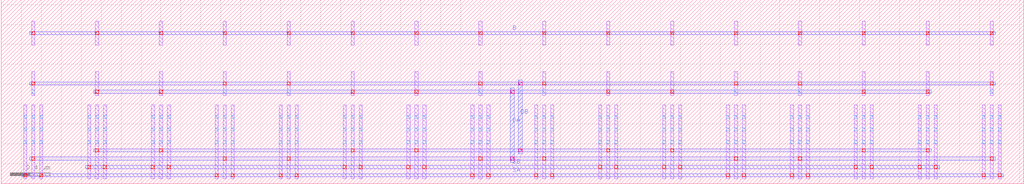
<source format=lef>
MACRO Switch_NMOS_nfin96_n12_X4_Y2
  ORIGIN 0 0 ;
  FOREIGN Switch_NMOS_nfin96_n12_X4_Y2 0 0 ;
  SIZE 1.1200 BY 3.0240 ;
  PIN S
    DIRECTION INOUT ;
    USE SIGNAL ;
    PORT
      LAYER M3 ;
        RECT 0.3000 0.0480 0.3400 2.7240 ;
    END
  END S
  PIN D
    DIRECTION INOUT ;
    USE SIGNAL ;
    PORT
      LAYER M3 ;
        RECT 0.3800 0.1320 0.4200 1.3800 ;
    END
  END D
  PIN G
    DIRECTION INOUT ;
    USE SIGNAL ;
    PORT
      LAYER M3 ;
        RECT 0.4600 0.8880 0.5000 2.1360 ;
    END
  END G
  OBS
    LAYER M1 ;
      RECT 0.3040 0.0480 0.3360 0.7920 ;
    LAYER M1 ;
      RECT 0.3040 0.8880 0.3360 1.1280 ;
    LAYER M1 ;
      RECT 0.3040 1.2240 0.3360 1.9680 ;
    LAYER M1 ;
      RECT 0.3040 2.0640 0.3360 2.3040 ;
    LAYER M1 ;
      RECT 0.3040 2.5680 0.3360 2.8080 ;
    LAYER M1 ;
      RECT 0.2240 0.0480 0.2560 0.7920 ;
    LAYER M1 ;
      RECT 0.2240 1.2240 0.2560 1.9680 ;
    LAYER M1 ;
      RECT 0.3840 0.0480 0.4160 0.7920 ;
    LAYER M1 ;
      RECT 0.3840 1.2240 0.4160 1.9680 ;
    LAYER M1 ;
      RECT 0.4640 0.0480 0.4960 0.7920 ;
    LAYER M1 ;
      RECT 0.4640 0.8880 0.4960 1.1280 ;
    LAYER M1 ;
      RECT 0.4640 1.2240 0.4960 1.9680 ;
    LAYER M1 ;
      RECT 0.4640 2.0640 0.4960 2.3040 ;
    LAYER M1 ;
      RECT 0.4640 2.5680 0.4960 2.8080 ;
    LAYER M1 ;
      RECT 0.5440 0.0480 0.5760 0.7920 ;
    LAYER M1 ;
      RECT 0.5440 1.2240 0.5760 1.9680 ;
    LAYER M1 ;
      RECT 0.6240 0.0480 0.6560 0.7920 ;
    LAYER M1 ;
      RECT 0.6240 0.8880 0.6560 1.1280 ;
    LAYER M1 ;
      RECT 0.6240 1.2240 0.6560 1.9680 ;
    LAYER M1 ;
      RECT 0.6240 2.0640 0.6560 2.3040 ;
    LAYER M1 ;
      RECT 0.6240 2.5680 0.6560 2.8080 ;
    LAYER M1 ;
      RECT 0.7040 0.0480 0.7360 0.7920 ;
    LAYER M1 ;
      RECT 0.7040 1.2240 0.7360 1.9680 ;
    LAYER M1 ;
      RECT 0.7840 0.0480 0.8160 0.7920 ;
    LAYER M1 ;
      RECT 0.7840 0.8880 0.8160 1.1280 ;
    LAYER M1 ;
      RECT 0.7840 1.2240 0.8160 1.9680 ;
    LAYER M1 ;
      RECT 0.7840 2.0640 0.8160 2.3040 ;
    LAYER M1 ;
      RECT 0.7840 2.5680 0.8160 2.8080 ;
    LAYER M1 ;
      RECT 0.8640 0.0480 0.8960 0.7920 ;
    LAYER M1 ;
      RECT 0.8640 1.2240 0.8960 1.9680 ;
    LAYER M2 ;
      RECT 0.2040 0.0680 0.9160 0.1000 ;
    LAYER M2 ;
      RECT 0.2840 0.1520 0.8360 0.1840 ;
    LAYER M2 ;
      RECT 0.2840 0.9080 0.8360 0.9400 ;
    LAYER M2 ;
      RECT 0.2040 1.2440 0.9160 1.2760 ;
    LAYER M2 ;
      RECT 0.2840 2.6720 0.8360 2.7040 ;
    LAYER M2 ;
      RECT 0.2840 1.3280 0.8360 1.3600 ;
    LAYER M2 ;
      RECT 0.2840 2.0840 0.8360 2.1160 ;
    LAYER V1 ;
      RECT 0.2240 0.0680 0.2560 0.1000 ;
    LAYER V1 ;
      RECT 0.2240 1.2440 0.2560 1.2760 ;
    LAYER V1 ;
      RECT 0.3840 0.0680 0.4160 0.1000 ;
    LAYER V1 ;
      RECT 0.3840 1.2440 0.4160 1.2760 ;
    LAYER V1 ;
      RECT 0.5440 0.0680 0.5760 0.1000 ;
    LAYER V1 ;
      RECT 0.5440 1.2440 0.5760 1.2760 ;
    LAYER V1 ;
      RECT 0.7040 0.0680 0.7360 0.1000 ;
    LAYER V1 ;
      RECT 0.7040 1.2440 0.7360 1.2760 ;
    LAYER V1 ;
      RECT 0.8640 0.0680 0.8960 0.1000 ;
    LAYER V1 ;
      RECT 0.8640 1.2440 0.8960 1.2760 ;
    LAYER V1 ;
      RECT 0.6240 0.1520 0.6560 0.1840 ;
    LAYER V1 ;
      RECT 0.6240 0.9080 0.6560 0.9400 ;
    LAYER V1 ;
      RECT 0.6240 1.3280 0.6560 1.3600 ;
    LAYER V1 ;
      RECT 0.6240 2.0840 0.6560 2.1160 ;
    LAYER V1 ;
      RECT 0.6240 2.6720 0.6560 2.7040 ;
    LAYER V1 ;
      RECT 0.7840 0.1520 0.8160 0.1840 ;
    LAYER V1 ;
      RECT 0.7840 0.9080 0.8160 0.9400 ;
    LAYER V1 ;
      RECT 0.7840 1.3280 0.8160 1.3600 ;
    LAYER V1 ;
      RECT 0.7840 2.0840 0.8160 2.1160 ;
    LAYER V1 ;
      RECT 0.7840 2.6720 0.8160 2.7040 ;
    LAYER V1 ;
      RECT 0.3040 0.1520 0.3360 0.1840 ;
    LAYER V1 ;
      RECT 0.3040 0.9080 0.3360 0.9400 ;
    LAYER V1 ;
      RECT 0.3040 1.3280 0.3360 1.3600 ;
    LAYER V1 ;
      RECT 0.3040 2.0840 0.3360 2.1160 ;
    LAYER V1 ;
      RECT 0.3040 2.6720 0.3360 2.7040 ;
    LAYER V1 ;
      RECT 0.4640 0.1520 0.4960 0.1840 ;
    LAYER V1 ;
      RECT 0.4640 0.9080 0.4960 0.9400 ;
    LAYER V1 ;
      RECT 0.4640 1.3280 0.4960 1.3600 ;
    LAYER V1 ;
      RECT 0.4640 2.0840 0.4960 2.1160 ;
    LAYER V1 ;
      RECT 0.4640 2.6720 0.4960 2.7040 ;
    LAYER V2 ;
      RECT 0.3040 0.0680 0.3360 0.1000 ;
    LAYER V2 ;
      RECT 0.3040 1.2440 0.3360 1.2760 ;
    LAYER V2 ;
      RECT 0.3040 2.6720 0.3360 2.7040 ;
    LAYER V2 ;
      RECT 0.3840 0.1520 0.4160 0.1840 ;
    LAYER V2 ;
      RECT 0.3840 1.3280 0.4160 1.3600 ;
    LAYER V2 ;
      RECT 0.4640 0.9080 0.4960 0.9400 ;
    LAYER V2 ;
      RECT 0.4640 2.0840 0.4960 2.1160 ;
    LAYER V0 ;
      RECT 0.3040 0.4040 0.3360 0.4360 ;
    LAYER V0 ;
      RECT 0.3040 0.5300 0.3360 0.5620 ;
    LAYER V0 ;
      RECT 0.3040 0.6560 0.3360 0.6880 ;
    LAYER V0 ;
      RECT 0.3040 0.9080 0.3360 0.9400 ;
    LAYER V0 ;
      RECT 0.3040 1.5800 0.3360 1.6120 ;
    LAYER V0 ;
      RECT 0.3040 1.7060 0.3360 1.7380 ;
    LAYER V0 ;
      RECT 0.3040 1.8320 0.3360 1.8640 ;
    LAYER V0 ;
      RECT 0.3040 2.0840 0.3360 2.1160 ;
    LAYER V0 ;
      RECT 0.3040 2.6720 0.3360 2.7040 ;
    LAYER V0 ;
      RECT 0.3040 2.6720 0.3360 2.7040 ;
    LAYER V0 ;
      RECT 0.2240 0.4040 0.2560 0.4360 ;
    LAYER V0 ;
      RECT 0.2240 0.5300 0.2560 0.5620 ;
    LAYER V0 ;
      RECT 0.2240 0.6560 0.2560 0.6880 ;
    LAYER V0 ;
      RECT 0.2240 1.5800 0.2560 1.6120 ;
    LAYER V0 ;
      RECT 0.2240 1.7060 0.2560 1.7380 ;
    LAYER V0 ;
      RECT 0.2240 1.8320 0.2560 1.8640 ;
    LAYER V0 ;
      RECT 0.3840 0.4040 0.4160 0.4360 ;
    LAYER V0 ;
      RECT 0.3840 0.4040 0.4160 0.4360 ;
    LAYER V0 ;
      RECT 0.3840 0.5300 0.4160 0.5620 ;
    LAYER V0 ;
      RECT 0.3840 0.5300 0.4160 0.5620 ;
    LAYER V0 ;
      RECT 0.3840 0.6560 0.4160 0.6880 ;
    LAYER V0 ;
      RECT 0.3840 0.6560 0.4160 0.6880 ;
    LAYER V0 ;
      RECT 0.3840 1.5800 0.4160 1.6120 ;
    LAYER V0 ;
      RECT 0.3840 1.5800 0.4160 1.6120 ;
    LAYER V0 ;
      RECT 0.3840 1.7060 0.4160 1.7380 ;
    LAYER V0 ;
      RECT 0.3840 1.7060 0.4160 1.7380 ;
    LAYER V0 ;
      RECT 0.3840 1.8320 0.4160 1.8640 ;
    LAYER V0 ;
      RECT 0.3840 1.8320 0.4160 1.8640 ;
    LAYER V0 ;
      RECT 0.4640 0.4040 0.4960 0.4360 ;
    LAYER V0 ;
      RECT 0.4640 0.5300 0.4960 0.5620 ;
    LAYER V0 ;
      RECT 0.4640 0.6560 0.4960 0.6880 ;
    LAYER V0 ;
      RECT 0.4640 0.9080 0.4960 0.9400 ;
    LAYER V0 ;
      RECT 0.4640 1.5800 0.4960 1.6120 ;
    LAYER V0 ;
      RECT 0.4640 1.7060 0.4960 1.7380 ;
    LAYER V0 ;
      RECT 0.4640 1.8320 0.4960 1.8640 ;
    LAYER V0 ;
      RECT 0.4640 2.0840 0.4960 2.1160 ;
    LAYER V0 ;
      RECT 0.4640 2.6720 0.4960 2.7040 ;
    LAYER V0 ;
      RECT 0.4640 2.6720 0.4960 2.7040 ;
    LAYER V0 ;
      RECT 0.5440 0.4040 0.5760 0.4360 ;
    LAYER V0 ;
      RECT 0.5440 0.4040 0.5760 0.4360 ;
    LAYER V0 ;
      RECT 0.5440 0.5300 0.5760 0.5620 ;
    LAYER V0 ;
      RECT 0.5440 0.5300 0.5760 0.5620 ;
    LAYER V0 ;
      RECT 0.5440 0.6560 0.5760 0.6880 ;
    LAYER V0 ;
      RECT 0.5440 0.6560 0.5760 0.6880 ;
    LAYER V0 ;
      RECT 0.5440 1.5800 0.5760 1.6120 ;
    LAYER V0 ;
      RECT 0.5440 1.5800 0.5760 1.6120 ;
    LAYER V0 ;
      RECT 0.5440 1.7060 0.5760 1.7380 ;
    LAYER V0 ;
      RECT 0.5440 1.7060 0.5760 1.7380 ;
    LAYER V0 ;
      RECT 0.5440 1.8320 0.5760 1.8640 ;
    LAYER V0 ;
      RECT 0.5440 1.8320 0.5760 1.8640 ;
    LAYER V0 ;
      RECT 0.6240 0.4040 0.6560 0.4360 ;
    LAYER V0 ;
      RECT 0.6240 0.5300 0.6560 0.5620 ;
    LAYER V0 ;
      RECT 0.6240 0.6560 0.6560 0.6880 ;
    LAYER V0 ;
      RECT 0.6240 0.9080 0.6560 0.9400 ;
    LAYER V0 ;
      RECT 0.6240 1.5800 0.6560 1.6120 ;
    LAYER V0 ;
      RECT 0.6240 1.7060 0.6560 1.7380 ;
    LAYER V0 ;
      RECT 0.6240 1.8320 0.6560 1.8640 ;
    LAYER V0 ;
      RECT 0.6240 2.0840 0.6560 2.1160 ;
    LAYER V0 ;
      RECT 0.6240 2.6720 0.6560 2.7040 ;
    LAYER V0 ;
      RECT 0.6240 2.6720 0.6560 2.7040 ;
    LAYER V0 ;
      RECT 0.7040 0.4040 0.7360 0.4360 ;
    LAYER V0 ;
      RECT 0.7040 0.4040 0.7360 0.4360 ;
    LAYER V0 ;
      RECT 0.7040 0.5300 0.7360 0.5620 ;
    LAYER V0 ;
      RECT 0.7040 0.5300 0.7360 0.5620 ;
    LAYER V0 ;
      RECT 0.7040 0.6560 0.7360 0.6880 ;
    LAYER V0 ;
      RECT 0.7040 0.6560 0.7360 0.6880 ;
    LAYER V0 ;
      RECT 0.7040 1.5800 0.7360 1.6120 ;
    LAYER V0 ;
      RECT 0.7040 1.5800 0.7360 1.6120 ;
    LAYER V0 ;
      RECT 0.7040 1.7060 0.7360 1.7380 ;
    LAYER V0 ;
      RECT 0.7040 1.7060 0.7360 1.7380 ;
    LAYER V0 ;
      RECT 0.7040 1.8320 0.7360 1.8640 ;
    LAYER V0 ;
      RECT 0.7040 1.8320 0.7360 1.8640 ;
    LAYER V0 ;
      RECT 0.7840 0.4040 0.8160 0.4360 ;
    LAYER V0 ;
      RECT 0.7840 0.5300 0.8160 0.5620 ;
    LAYER V0 ;
      RECT 0.7840 0.6560 0.8160 0.6880 ;
    LAYER V0 ;
      RECT 0.7840 0.9080 0.8160 0.9400 ;
    LAYER V0 ;
      RECT 0.7840 1.5800 0.8160 1.6120 ;
    LAYER V0 ;
      RECT 0.7840 1.7060 0.8160 1.7380 ;
    LAYER V0 ;
      RECT 0.7840 1.8320 0.8160 1.8640 ;
    LAYER V0 ;
      RECT 0.7840 2.0840 0.8160 2.1160 ;
    LAYER V0 ;
      RECT 0.7840 2.6720 0.8160 2.7040 ;
    LAYER V0 ;
      RECT 0.7840 2.6720 0.8160 2.7040 ;
    LAYER V0 ;
      RECT 0.8640 0.4040 0.8960 0.4360 ;
    LAYER V0 ;
      RECT 0.8640 0.5300 0.8960 0.5620 ;
    LAYER V0 ;
      RECT 0.8640 0.6560 0.8960 0.6880 ;
    LAYER V0 ;
      RECT 0.8640 1.5800 0.8960 1.6120 ;
    LAYER V0 ;
      RECT 0.8640 1.7060 0.8960 1.7380 ;
    LAYER V0 ;
      RECT 0.8640 1.8320 0.8960 1.8640 ;
  END
END Switch_NMOS_nfin96_n12_X4_Y2
MACRO Switch_NMOS_nfin12_n12_X1_Y1
  ORIGIN 0 0 ;
  FOREIGN Switch_NMOS_nfin12_n12_X1_Y1 0 0 ;
  SIZE 0.6400 BY 1.8480 ;
  PIN S
    DIRECTION INOUT ;
    USE SIGNAL ;
    PORT
      LAYER M3 ;
        RECT 0.0600 0.0480 0.1000 1.5480 ;
    END
  END S
  PIN D
    DIRECTION INOUT ;
    USE SIGNAL ;
    PORT
      LAYER M2 ;
        RECT 0.1240 0.1520 0.3560 0.1840 ;
    END
  END D
  PIN G
    DIRECTION INOUT ;
    USE SIGNAL ;
    PORT
      LAYER M2 ;
        RECT 0.1240 0.9080 0.3560 0.9400 ;
    END
  END G
  OBS
    LAYER M1 ;
      RECT 0.3040 0.0480 0.3360 0.7920 ;
    LAYER M1 ;
      RECT 0.3040 0.8880 0.3360 1.1280 ;
    LAYER M1 ;
      RECT 0.3040 1.3920 0.3360 1.6320 ;
    LAYER M1 ;
      RECT 0.2240 0.0480 0.2560 0.7920 ;
    LAYER M1 ;
      RECT 0.3840 0.0480 0.4160 0.7920 ;
    LAYER M2 ;
      RECT 0.0440 0.0680 0.4360 0.1000 ;
    LAYER M2 ;
      RECT 0.0440 1.4960 0.3560 1.5280 ;
    LAYER V1 ;
      RECT 0.2240 0.0680 0.2560 0.1000 ;
    LAYER V1 ;
      RECT 0.3840 0.0680 0.4160 0.1000 ;
    LAYER V1 ;
      RECT 0.3040 0.1520 0.3360 0.1840 ;
    LAYER V1 ;
      RECT 0.3040 0.9080 0.3360 0.9400 ;
    LAYER V1 ;
      RECT 0.3040 1.4960 0.3360 1.5280 ;
    LAYER V2 ;
      RECT 0.0640 0.0680 0.0960 0.1000 ;
    LAYER V2 ;
      RECT 0.0640 1.4960 0.0960 1.5280 ;
    LAYER V0 ;
      RECT 0.3040 0.4040 0.3360 0.4360 ;
    LAYER V0 ;
      RECT 0.3040 0.5300 0.3360 0.5620 ;
    LAYER V0 ;
      RECT 0.3040 0.6560 0.3360 0.6880 ;
    LAYER V0 ;
      RECT 0.3040 0.9080 0.3360 0.9400 ;
    LAYER V0 ;
      RECT 0.3040 1.4960 0.3360 1.5280 ;
    LAYER V0 ;
      RECT 0.2240 0.4040 0.2560 0.4360 ;
    LAYER V0 ;
      RECT 0.2240 0.5300 0.2560 0.5620 ;
    LAYER V0 ;
      RECT 0.2240 0.6560 0.2560 0.6880 ;
    LAYER V0 ;
      RECT 0.3840 0.4040 0.4160 0.4360 ;
    LAYER V0 ;
      RECT 0.3840 0.5300 0.4160 0.5620 ;
    LAYER V0 ;
      RECT 0.3840 0.6560 0.4160 0.6880 ;
  END
END Switch_NMOS_nfin12_n12_X1_Y1
MACRO DP_NMOS_B_nfin192_n12_X8_Y2
  ORIGIN 0 0 ;
  FOREIGN DP_NMOS_B_nfin192_n12_X8_Y2 0 0 ;
  SIZE 3.0400 BY 3.0240 ;
  PIN S
    DIRECTION INOUT ;
    USE SIGNAL ;
    PORT
      LAYER M3 ;
        RECT 1.1800 0.0480 1.2200 1.2960 ;
    END
  END S
  PIN DA
    DIRECTION INOUT ;
    USE SIGNAL ;
    PORT
      LAYER M3 ;
        RECT 1.2600 0.1320 1.3000 1.3800 ;
    END
  END DA
  PIN DB
    DIRECTION INOUT ;
    USE SIGNAL ;
    PORT
      LAYER M3 ;
        RECT 1.3400 0.2160 1.3800 1.4640 ;
    END
  END DB
  PIN GA
    DIRECTION INOUT ;
    USE SIGNAL ;
    PORT
      LAYER M3 ;
        RECT 1.4200 0.8880 1.4600 2.1360 ;
    END
  END GA
  PIN GB
    DIRECTION INOUT ;
    USE SIGNAL ;
    PORT
      LAYER M3 ;
        RECT 1.5000 0.9720 1.5400 2.2200 ;
    END
  END GB
  PIN B
    DIRECTION INOUT ;
    USE SIGNAL ;
    PORT
      LAYER M2 ;
        RECT 0.2840 2.6720 2.7560 2.7040 ;
    END
  END B
  OBS
    LAYER M1 ;
      RECT 0.3040 0.0480 0.3360 0.7920 ;
    LAYER M1 ;
      RECT 0.3040 0.8880 0.3360 1.1280 ;
    LAYER M1 ;
      RECT 0.3040 1.2240 0.3360 1.9680 ;
    LAYER M1 ;
      RECT 0.3040 2.0640 0.3360 2.3040 ;
    LAYER M1 ;
      RECT 0.3040 2.5680 0.3360 2.8080 ;
    LAYER M1 ;
      RECT 0.2240 0.0480 0.2560 0.7920 ;
    LAYER M1 ;
      RECT 0.2240 1.2240 0.2560 1.9680 ;
    LAYER M1 ;
      RECT 0.3840 0.0480 0.4160 0.7920 ;
    LAYER M1 ;
      RECT 0.3840 1.2240 0.4160 1.9680 ;
    LAYER M1 ;
      RECT 0.4640 0.0480 0.4960 0.7920 ;
    LAYER M1 ;
      RECT 0.4640 0.8880 0.4960 1.1280 ;
    LAYER M1 ;
      RECT 0.4640 1.2240 0.4960 1.9680 ;
    LAYER M1 ;
      RECT 0.4640 2.0640 0.4960 2.3040 ;
    LAYER M1 ;
      RECT 0.4640 2.5680 0.4960 2.8080 ;
    LAYER M1 ;
      RECT 0.5440 0.0480 0.5760 0.7920 ;
    LAYER M1 ;
      RECT 0.5440 1.2240 0.5760 1.9680 ;
    LAYER M1 ;
      RECT 0.6240 0.0480 0.6560 0.7920 ;
    LAYER M1 ;
      RECT 0.6240 0.8880 0.6560 1.1280 ;
    LAYER M1 ;
      RECT 0.6240 1.2240 0.6560 1.9680 ;
    LAYER M1 ;
      RECT 0.6240 2.0640 0.6560 2.3040 ;
    LAYER M1 ;
      RECT 0.6240 2.5680 0.6560 2.8080 ;
    LAYER M1 ;
      RECT 0.7040 0.0480 0.7360 0.7920 ;
    LAYER M1 ;
      RECT 0.7040 1.2240 0.7360 1.9680 ;
    LAYER M1 ;
      RECT 0.7840 0.0480 0.8160 0.7920 ;
    LAYER M1 ;
      RECT 0.7840 0.8880 0.8160 1.1280 ;
    LAYER M1 ;
      RECT 0.7840 1.2240 0.8160 1.9680 ;
    LAYER M1 ;
      RECT 0.7840 2.0640 0.8160 2.3040 ;
    LAYER M1 ;
      RECT 0.7840 2.5680 0.8160 2.8080 ;
    LAYER M1 ;
      RECT 0.8640 0.0480 0.8960 0.7920 ;
    LAYER M1 ;
      RECT 0.8640 1.2240 0.8960 1.9680 ;
    LAYER M1 ;
      RECT 0.9440 0.0480 0.9760 0.7920 ;
    LAYER M1 ;
      RECT 0.9440 0.8880 0.9760 1.1280 ;
    LAYER M1 ;
      RECT 0.9440 1.2240 0.9760 1.9680 ;
    LAYER M1 ;
      RECT 0.9440 2.0640 0.9760 2.3040 ;
    LAYER M1 ;
      RECT 0.9440 2.5680 0.9760 2.8080 ;
    LAYER M1 ;
      RECT 1.0240 0.0480 1.0560 0.7920 ;
    LAYER M1 ;
      RECT 1.0240 1.2240 1.0560 1.9680 ;
    LAYER M1 ;
      RECT 1.1040 0.0480 1.1360 0.7920 ;
    LAYER M1 ;
      RECT 1.1040 0.8880 1.1360 1.1280 ;
    LAYER M1 ;
      RECT 1.1040 1.2240 1.1360 1.9680 ;
    LAYER M1 ;
      RECT 1.1040 2.0640 1.1360 2.3040 ;
    LAYER M1 ;
      RECT 1.1040 2.5680 1.1360 2.8080 ;
    LAYER M1 ;
      RECT 1.1840 0.0480 1.2160 0.7920 ;
    LAYER M1 ;
      RECT 1.1840 1.2240 1.2160 1.9680 ;
    LAYER M1 ;
      RECT 1.2640 0.0480 1.2960 0.7920 ;
    LAYER M1 ;
      RECT 1.2640 0.8880 1.2960 1.1280 ;
    LAYER M1 ;
      RECT 1.2640 1.2240 1.2960 1.9680 ;
    LAYER M1 ;
      RECT 1.2640 2.0640 1.2960 2.3040 ;
    LAYER M1 ;
      RECT 1.2640 2.5680 1.2960 2.8080 ;
    LAYER M1 ;
      RECT 1.3440 0.0480 1.3760 0.7920 ;
    LAYER M1 ;
      RECT 1.3440 1.2240 1.3760 1.9680 ;
    LAYER M1 ;
      RECT 1.4240 0.0480 1.4560 0.7920 ;
    LAYER M1 ;
      RECT 1.4240 0.8880 1.4560 1.1280 ;
    LAYER M1 ;
      RECT 1.4240 1.2240 1.4560 1.9680 ;
    LAYER M1 ;
      RECT 1.4240 2.0640 1.4560 2.3040 ;
    LAYER M1 ;
      RECT 1.4240 2.5680 1.4560 2.8080 ;
    LAYER M1 ;
      RECT 1.5040 0.0480 1.5360 0.7920 ;
    LAYER M1 ;
      RECT 1.5040 1.2240 1.5360 1.9680 ;
    LAYER M1 ;
      RECT 1.5840 0.0480 1.6160 0.7920 ;
    LAYER M1 ;
      RECT 1.5840 0.8880 1.6160 1.1280 ;
    LAYER M1 ;
      RECT 1.5840 1.2240 1.6160 1.9680 ;
    LAYER M1 ;
      RECT 1.5840 2.0640 1.6160 2.3040 ;
    LAYER M1 ;
      RECT 1.5840 2.5680 1.6160 2.8080 ;
    LAYER M1 ;
      RECT 1.6640 0.0480 1.6960 0.7920 ;
    LAYER M1 ;
      RECT 1.6640 1.2240 1.6960 1.9680 ;
    LAYER M1 ;
      RECT 1.7440 0.0480 1.7760 0.7920 ;
    LAYER M1 ;
      RECT 1.7440 0.8880 1.7760 1.1280 ;
    LAYER M1 ;
      RECT 1.7440 1.2240 1.7760 1.9680 ;
    LAYER M1 ;
      RECT 1.7440 2.0640 1.7760 2.3040 ;
    LAYER M1 ;
      RECT 1.7440 2.5680 1.7760 2.8080 ;
    LAYER M1 ;
      RECT 1.8240 0.0480 1.8560 0.7920 ;
    LAYER M1 ;
      RECT 1.8240 1.2240 1.8560 1.9680 ;
    LAYER M1 ;
      RECT 1.9040 0.0480 1.9360 0.7920 ;
    LAYER M1 ;
      RECT 1.9040 0.8880 1.9360 1.1280 ;
    LAYER M1 ;
      RECT 1.9040 1.2240 1.9360 1.9680 ;
    LAYER M1 ;
      RECT 1.9040 2.0640 1.9360 2.3040 ;
    LAYER M1 ;
      RECT 1.9040 2.5680 1.9360 2.8080 ;
    LAYER M1 ;
      RECT 1.9840 0.0480 2.0160 0.7920 ;
    LAYER M1 ;
      RECT 1.9840 1.2240 2.0160 1.9680 ;
    LAYER M1 ;
      RECT 2.0640 0.0480 2.0960 0.7920 ;
    LAYER M1 ;
      RECT 2.0640 0.8880 2.0960 1.1280 ;
    LAYER M1 ;
      RECT 2.0640 1.2240 2.0960 1.9680 ;
    LAYER M1 ;
      RECT 2.0640 2.0640 2.0960 2.3040 ;
    LAYER M1 ;
      RECT 2.0640 2.5680 2.0960 2.8080 ;
    LAYER M1 ;
      RECT 2.1440 0.0480 2.1760 0.7920 ;
    LAYER M1 ;
      RECT 2.1440 1.2240 2.1760 1.9680 ;
    LAYER M1 ;
      RECT 2.2240 0.0480 2.2560 0.7920 ;
    LAYER M1 ;
      RECT 2.2240 0.8880 2.2560 1.1280 ;
    LAYER M1 ;
      RECT 2.2240 1.2240 2.2560 1.9680 ;
    LAYER M1 ;
      RECT 2.2240 2.0640 2.2560 2.3040 ;
    LAYER M1 ;
      RECT 2.2240 2.5680 2.2560 2.8080 ;
    LAYER M1 ;
      RECT 2.3040 0.0480 2.3360 0.7920 ;
    LAYER M1 ;
      RECT 2.3040 1.2240 2.3360 1.9680 ;
    LAYER M1 ;
      RECT 2.3840 0.0480 2.4160 0.7920 ;
    LAYER M1 ;
      RECT 2.3840 0.8880 2.4160 1.1280 ;
    LAYER M1 ;
      RECT 2.3840 1.2240 2.4160 1.9680 ;
    LAYER M1 ;
      RECT 2.3840 2.0640 2.4160 2.3040 ;
    LAYER M1 ;
      RECT 2.3840 2.5680 2.4160 2.8080 ;
    LAYER M1 ;
      RECT 2.4640 0.0480 2.4960 0.7920 ;
    LAYER M1 ;
      RECT 2.4640 1.2240 2.4960 1.9680 ;
    LAYER M1 ;
      RECT 2.5440 0.0480 2.5760 0.7920 ;
    LAYER M1 ;
      RECT 2.5440 0.8880 2.5760 1.1280 ;
    LAYER M1 ;
      RECT 2.5440 1.2240 2.5760 1.9680 ;
    LAYER M1 ;
      RECT 2.5440 2.0640 2.5760 2.3040 ;
    LAYER M1 ;
      RECT 2.5440 2.5680 2.5760 2.8080 ;
    LAYER M1 ;
      RECT 2.6240 0.0480 2.6560 0.7920 ;
    LAYER M1 ;
      RECT 2.6240 1.2240 2.6560 1.9680 ;
    LAYER M1 ;
      RECT 2.7040 0.0480 2.7360 0.7920 ;
    LAYER M1 ;
      RECT 2.7040 0.8880 2.7360 1.1280 ;
    LAYER M1 ;
      RECT 2.7040 1.2240 2.7360 1.9680 ;
    LAYER M1 ;
      RECT 2.7040 2.0640 2.7360 2.3040 ;
    LAYER M1 ;
      RECT 2.7040 2.5680 2.7360 2.8080 ;
    LAYER M1 ;
      RECT 2.7840 0.0480 2.8160 0.7920 ;
    LAYER M1 ;
      RECT 2.7840 1.2240 2.8160 1.9680 ;
    LAYER M2 ;
      RECT 0.2040 0.0680 2.8360 0.1000 ;
    LAYER M2 ;
      RECT 0.2840 0.1520 2.7560 0.1840 ;
    LAYER M2 ;
      RECT 0.4440 0.2360 2.5960 0.2680 ;
    LAYER M2 ;
      RECT 0.2840 0.9080 2.7560 0.9400 ;
    LAYER M2 ;
      RECT 0.4440 0.9920 2.5960 1.0240 ;
    LAYER M2 ;
      RECT 0.2040 1.2440 2.8360 1.2760 ;
    LAYER M2 ;
      RECT 0.4440 1.3280 2.5960 1.3600 ;
    LAYER M2 ;
      RECT 0.2840 1.4120 2.7560 1.4440 ;
    LAYER M2 ;
      RECT 0.4440 2.0840 2.5960 2.1160 ;
    LAYER M2 ;
      RECT 0.2840 2.1680 2.7560 2.2000 ;
    LAYER V1 ;
      RECT 2.6240 0.0680 2.6560 0.1000 ;
    LAYER V1 ;
      RECT 2.6240 1.2440 2.6560 1.2760 ;
    LAYER V1 ;
      RECT 0.2240 0.0680 0.2560 0.1000 ;
    LAYER V1 ;
      RECT 0.2240 1.2440 0.2560 1.2760 ;
    LAYER V1 ;
      RECT 2.7840 0.0680 2.8160 0.1000 ;
    LAYER V1 ;
      RECT 2.7840 1.2440 2.8160 1.2760 ;
    LAYER V1 ;
      RECT 0.3840 0.0680 0.4160 0.1000 ;
    LAYER V1 ;
      RECT 0.3840 1.2440 0.4160 1.2760 ;
    LAYER V1 ;
      RECT 0.5440 0.0680 0.5760 0.1000 ;
    LAYER V1 ;
      RECT 0.5440 1.2440 0.5760 1.2760 ;
    LAYER V1 ;
      RECT 0.7040 0.0680 0.7360 0.1000 ;
    LAYER V1 ;
      RECT 0.7040 1.2440 0.7360 1.2760 ;
    LAYER V1 ;
      RECT 0.8640 0.0680 0.8960 0.1000 ;
    LAYER V1 ;
      RECT 0.8640 1.2440 0.8960 1.2760 ;
    LAYER V1 ;
      RECT 1.0240 0.0680 1.0560 0.1000 ;
    LAYER V1 ;
      RECT 1.0240 1.2440 1.0560 1.2760 ;
    LAYER V1 ;
      RECT 1.1840 0.0680 1.2160 0.1000 ;
    LAYER V1 ;
      RECT 1.1840 1.2440 1.2160 1.2760 ;
    LAYER V1 ;
      RECT 1.3440 0.0680 1.3760 0.1000 ;
    LAYER V1 ;
      RECT 1.3440 1.2440 1.3760 1.2760 ;
    LAYER V1 ;
      RECT 1.5040 0.0680 1.5360 0.1000 ;
    LAYER V1 ;
      RECT 1.5040 1.2440 1.5360 1.2760 ;
    LAYER V1 ;
      RECT 1.6640 0.0680 1.6960 0.1000 ;
    LAYER V1 ;
      RECT 1.6640 1.2440 1.6960 1.2760 ;
    LAYER V1 ;
      RECT 1.8240 0.0680 1.8560 0.1000 ;
    LAYER V1 ;
      RECT 1.8240 1.2440 1.8560 1.2760 ;
    LAYER V1 ;
      RECT 1.9840 0.0680 2.0160 0.1000 ;
    LAYER V1 ;
      RECT 1.9840 1.2440 2.0160 1.2760 ;
    LAYER V1 ;
      RECT 2.1440 0.0680 2.1760 0.1000 ;
    LAYER V1 ;
      RECT 2.1440 1.2440 2.1760 1.2760 ;
    LAYER V1 ;
      RECT 2.3040 0.0680 2.3360 0.1000 ;
    LAYER V1 ;
      RECT 2.3040 1.2440 2.3360 1.2760 ;
    LAYER V1 ;
      RECT 2.4640 0.0680 2.4960 0.1000 ;
    LAYER V1 ;
      RECT 2.4640 1.2440 2.4960 1.2760 ;
    LAYER V1 ;
      RECT 2.7040 0.1520 2.7360 0.1840 ;
    LAYER V1 ;
      RECT 2.7040 0.9080 2.7360 0.9400 ;
    LAYER V1 ;
      RECT 2.7040 1.4120 2.7360 1.4440 ;
    LAYER V1 ;
      RECT 2.7040 2.1680 2.7360 2.2000 ;
    LAYER V1 ;
      RECT 2.7040 2.6720 2.7360 2.7040 ;
    LAYER V1 ;
      RECT 0.3040 0.1520 0.3360 0.1840 ;
    LAYER V1 ;
      RECT 0.3040 0.9080 0.3360 0.9400 ;
    LAYER V1 ;
      RECT 0.3040 1.4120 0.3360 1.4440 ;
    LAYER V1 ;
      RECT 0.3040 2.1680 0.3360 2.2000 ;
    LAYER V1 ;
      RECT 0.3040 2.6720 0.3360 2.7040 ;
    LAYER V1 ;
      RECT 0.7840 0.1520 0.8160 0.1840 ;
    LAYER V1 ;
      RECT 0.7840 0.9080 0.8160 0.9400 ;
    LAYER V1 ;
      RECT 0.7840 1.4120 0.8160 1.4440 ;
    LAYER V1 ;
      RECT 0.7840 2.1680 0.8160 2.2000 ;
    LAYER V1 ;
      RECT 0.7840 2.6720 0.8160 2.7040 ;
    LAYER V1 ;
      RECT 0.9440 0.1520 0.9760 0.1840 ;
    LAYER V1 ;
      RECT 0.9440 0.9080 0.9760 0.9400 ;
    LAYER V1 ;
      RECT 0.9440 1.4120 0.9760 1.4440 ;
    LAYER V1 ;
      RECT 0.9440 2.1680 0.9760 2.2000 ;
    LAYER V1 ;
      RECT 0.9440 2.6720 0.9760 2.7040 ;
    LAYER V1 ;
      RECT 1.4240 0.1520 1.4560 0.1840 ;
    LAYER V1 ;
      RECT 1.4240 0.9080 1.4560 0.9400 ;
    LAYER V1 ;
      RECT 1.4240 1.4120 1.4560 1.4440 ;
    LAYER V1 ;
      RECT 1.4240 2.1680 1.4560 2.2000 ;
    LAYER V1 ;
      RECT 1.4240 2.6720 1.4560 2.7040 ;
    LAYER V1 ;
      RECT 1.5840 0.1520 1.6160 0.1840 ;
    LAYER V1 ;
      RECT 1.5840 0.9080 1.6160 0.9400 ;
    LAYER V1 ;
      RECT 1.5840 1.4120 1.6160 1.4440 ;
    LAYER V1 ;
      RECT 1.5840 2.1680 1.6160 2.2000 ;
    LAYER V1 ;
      RECT 1.5840 2.6720 1.6160 2.7040 ;
    LAYER V1 ;
      RECT 2.0640 0.1520 2.0960 0.1840 ;
    LAYER V1 ;
      RECT 2.0640 0.9080 2.0960 0.9400 ;
    LAYER V1 ;
      RECT 2.0640 1.4120 2.0960 1.4440 ;
    LAYER V1 ;
      RECT 2.0640 2.1680 2.0960 2.2000 ;
    LAYER V1 ;
      RECT 2.0640 2.6720 2.0960 2.7040 ;
    LAYER V1 ;
      RECT 2.2240 0.1520 2.2560 0.1840 ;
    LAYER V1 ;
      RECT 2.2240 0.9080 2.2560 0.9400 ;
    LAYER V1 ;
      RECT 2.2240 1.4120 2.2560 1.4440 ;
    LAYER V1 ;
      RECT 2.2240 2.1680 2.2560 2.2000 ;
    LAYER V1 ;
      RECT 2.2240 2.6720 2.2560 2.7040 ;
    LAYER V1 ;
      RECT 2.5440 0.2360 2.5760 0.2680 ;
    LAYER V1 ;
      RECT 2.5440 0.9920 2.5760 1.0240 ;
    LAYER V1 ;
      RECT 2.5440 1.3280 2.5760 1.3600 ;
    LAYER V1 ;
      RECT 2.5440 2.0840 2.5760 2.1160 ;
    LAYER V1 ;
      RECT 2.5440 2.6720 2.5760 2.7040 ;
    LAYER V1 ;
      RECT 0.4640 0.2360 0.4960 0.2680 ;
    LAYER V1 ;
      RECT 0.4640 0.9920 0.4960 1.0240 ;
    LAYER V1 ;
      RECT 0.4640 1.3280 0.4960 1.3600 ;
    LAYER V1 ;
      RECT 0.4640 2.0840 0.4960 2.1160 ;
    LAYER V1 ;
      RECT 0.4640 2.6720 0.4960 2.7040 ;
    LAYER V1 ;
      RECT 0.6240 0.2360 0.6560 0.2680 ;
    LAYER V1 ;
      RECT 0.6240 0.9920 0.6560 1.0240 ;
    LAYER V1 ;
      RECT 0.6240 1.3280 0.6560 1.3600 ;
    LAYER V1 ;
      RECT 0.6240 2.0840 0.6560 2.1160 ;
    LAYER V1 ;
      RECT 0.6240 2.6720 0.6560 2.7040 ;
    LAYER V1 ;
      RECT 1.1040 0.2360 1.1360 0.2680 ;
    LAYER V1 ;
      RECT 1.1040 0.9920 1.1360 1.0240 ;
    LAYER V1 ;
      RECT 1.1040 1.3280 1.1360 1.3600 ;
    LAYER V1 ;
      RECT 1.1040 2.0840 1.1360 2.1160 ;
    LAYER V1 ;
      RECT 1.1040 2.6720 1.1360 2.7040 ;
    LAYER V1 ;
      RECT 1.2640 0.2360 1.2960 0.2680 ;
    LAYER V1 ;
      RECT 1.2640 0.9920 1.2960 1.0240 ;
    LAYER V1 ;
      RECT 1.2640 1.3280 1.2960 1.3600 ;
    LAYER V1 ;
      RECT 1.2640 2.0840 1.2960 2.1160 ;
    LAYER V1 ;
      RECT 1.2640 2.6720 1.2960 2.7040 ;
    LAYER V1 ;
      RECT 1.7440 0.2360 1.7760 0.2680 ;
    LAYER V1 ;
      RECT 1.7440 0.9920 1.7760 1.0240 ;
    LAYER V1 ;
      RECT 1.7440 1.3280 1.7760 1.3600 ;
    LAYER V1 ;
      RECT 1.7440 2.0840 1.7760 2.1160 ;
    LAYER V1 ;
      RECT 1.7440 2.6720 1.7760 2.7040 ;
    LAYER V1 ;
      RECT 1.9040 0.2360 1.9360 0.2680 ;
    LAYER V1 ;
      RECT 1.9040 0.9920 1.9360 1.0240 ;
    LAYER V1 ;
      RECT 1.9040 1.3280 1.9360 1.3600 ;
    LAYER V1 ;
      RECT 1.9040 2.0840 1.9360 2.1160 ;
    LAYER V1 ;
      RECT 1.9040 2.6720 1.9360 2.7040 ;
    LAYER V1 ;
      RECT 2.3840 0.2360 2.4160 0.2680 ;
    LAYER V1 ;
      RECT 2.3840 0.9920 2.4160 1.0240 ;
    LAYER V1 ;
      RECT 2.3840 1.3280 2.4160 1.3600 ;
    LAYER V1 ;
      RECT 2.3840 2.0840 2.4160 2.1160 ;
    LAYER V1 ;
      RECT 2.3840 2.6720 2.4160 2.7040 ;
    LAYER V2 ;
      RECT 1.1840 0.0680 1.2160 0.1000 ;
    LAYER V2 ;
      RECT 1.1840 1.2440 1.2160 1.2760 ;
    LAYER V2 ;
      RECT 1.2640 0.1520 1.2960 0.1840 ;
    LAYER V2 ;
      RECT 1.2640 1.3280 1.2960 1.3600 ;
    LAYER V2 ;
      RECT 1.3440 0.2360 1.3760 0.2680 ;
    LAYER V2 ;
      RECT 1.3440 1.4120 1.3760 1.4440 ;
    LAYER V2 ;
      RECT 1.4240 0.9080 1.4560 0.9400 ;
    LAYER V2 ;
      RECT 1.4240 2.0840 1.4560 2.1160 ;
    LAYER V2 ;
      RECT 1.5040 0.9920 1.5360 1.0240 ;
    LAYER V2 ;
      RECT 1.5040 2.1680 1.5360 2.2000 ;
    LAYER V0 ;
      RECT 0.3040 0.4040 0.3360 0.4360 ;
    LAYER V0 ;
      RECT 0.3040 0.5300 0.3360 0.5620 ;
    LAYER V0 ;
      RECT 0.3040 0.6560 0.3360 0.6880 ;
    LAYER V0 ;
      RECT 0.3040 0.9080 0.3360 0.9400 ;
    LAYER V0 ;
      RECT 0.3040 1.5800 0.3360 1.6120 ;
    LAYER V0 ;
      RECT 0.3040 1.7060 0.3360 1.7380 ;
    LAYER V0 ;
      RECT 0.3040 1.8320 0.3360 1.8640 ;
    LAYER V0 ;
      RECT 0.3040 2.0840 0.3360 2.1160 ;
    LAYER V0 ;
      RECT 0.3040 2.6720 0.3360 2.7040 ;
    LAYER V0 ;
      RECT 0.3040 2.6720 0.3360 2.7040 ;
    LAYER V0 ;
      RECT 0.2240 0.4040 0.2560 0.4360 ;
    LAYER V0 ;
      RECT 0.2240 0.5300 0.2560 0.5620 ;
    LAYER V0 ;
      RECT 0.2240 0.6560 0.2560 0.6880 ;
    LAYER V0 ;
      RECT 0.2240 1.5800 0.2560 1.6120 ;
    LAYER V0 ;
      RECT 0.2240 1.7060 0.2560 1.7380 ;
    LAYER V0 ;
      RECT 0.2240 1.8320 0.2560 1.8640 ;
    LAYER V0 ;
      RECT 0.3840 0.4040 0.4160 0.4360 ;
    LAYER V0 ;
      RECT 0.3840 0.4040 0.4160 0.4360 ;
    LAYER V0 ;
      RECT 0.3840 0.5300 0.4160 0.5620 ;
    LAYER V0 ;
      RECT 0.3840 0.5300 0.4160 0.5620 ;
    LAYER V0 ;
      RECT 0.3840 0.6560 0.4160 0.6880 ;
    LAYER V0 ;
      RECT 0.3840 0.6560 0.4160 0.6880 ;
    LAYER V0 ;
      RECT 0.3840 1.5800 0.4160 1.6120 ;
    LAYER V0 ;
      RECT 0.3840 1.5800 0.4160 1.6120 ;
    LAYER V0 ;
      RECT 0.3840 1.7060 0.4160 1.7380 ;
    LAYER V0 ;
      RECT 0.3840 1.7060 0.4160 1.7380 ;
    LAYER V0 ;
      RECT 0.3840 1.8320 0.4160 1.8640 ;
    LAYER V0 ;
      RECT 0.3840 1.8320 0.4160 1.8640 ;
    LAYER V0 ;
      RECT 0.4640 0.4040 0.4960 0.4360 ;
    LAYER V0 ;
      RECT 0.4640 0.5300 0.4960 0.5620 ;
    LAYER V0 ;
      RECT 0.4640 0.6560 0.4960 0.6880 ;
    LAYER V0 ;
      RECT 0.4640 0.9080 0.4960 0.9400 ;
    LAYER V0 ;
      RECT 0.4640 1.5800 0.4960 1.6120 ;
    LAYER V0 ;
      RECT 0.4640 1.7060 0.4960 1.7380 ;
    LAYER V0 ;
      RECT 0.4640 1.8320 0.4960 1.8640 ;
    LAYER V0 ;
      RECT 0.4640 2.0840 0.4960 2.1160 ;
    LAYER V0 ;
      RECT 0.4640 2.6720 0.4960 2.7040 ;
    LAYER V0 ;
      RECT 0.4640 2.6720 0.4960 2.7040 ;
    LAYER V0 ;
      RECT 0.5440 0.4040 0.5760 0.4360 ;
    LAYER V0 ;
      RECT 0.5440 0.4040 0.5760 0.4360 ;
    LAYER V0 ;
      RECT 0.5440 0.5300 0.5760 0.5620 ;
    LAYER V0 ;
      RECT 0.5440 0.5300 0.5760 0.5620 ;
    LAYER V0 ;
      RECT 0.5440 0.6560 0.5760 0.6880 ;
    LAYER V0 ;
      RECT 0.5440 0.6560 0.5760 0.6880 ;
    LAYER V0 ;
      RECT 0.5440 1.5800 0.5760 1.6120 ;
    LAYER V0 ;
      RECT 0.5440 1.5800 0.5760 1.6120 ;
    LAYER V0 ;
      RECT 0.5440 1.7060 0.5760 1.7380 ;
    LAYER V0 ;
      RECT 0.5440 1.7060 0.5760 1.7380 ;
    LAYER V0 ;
      RECT 0.5440 1.8320 0.5760 1.8640 ;
    LAYER V0 ;
      RECT 0.5440 1.8320 0.5760 1.8640 ;
    LAYER V0 ;
      RECT 0.6240 0.4040 0.6560 0.4360 ;
    LAYER V0 ;
      RECT 0.6240 0.5300 0.6560 0.5620 ;
    LAYER V0 ;
      RECT 0.6240 0.6560 0.6560 0.6880 ;
    LAYER V0 ;
      RECT 0.6240 0.9080 0.6560 0.9400 ;
    LAYER V0 ;
      RECT 0.6240 1.5800 0.6560 1.6120 ;
    LAYER V0 ;
      RECT 0.6240 1.7060 0.6560 1.7380 ;
    LAYER V0 ;
      RECT 0.6240 1.8320 0.6560 1.8640 ;
    LAYER V0 ;
      RECT 0.6240 2.0840 0.6560 2.1160 ;
    LAYER V0 ;
      RECT 0.6240 2.6720 0.6560 2.7040 ;
    LAYER V0 ;
      RECT 0.6240 2.6720 0.6560 2.7040 ;
    LAYER V0 ;
      RECT 0.7040 0.4040 0.7360 0.4360 ;
    LAYER V0 ;
      RECT 0.7040 0.4040 0.7360 0.4360 ;
    LAYER V0 ;
      RECT 0.7040 0.5300 0.7360 0.5620 ;
    LAYER V0 ;
      RECT 0.7040 0.5300 0.7360 0.5620 ;
    LAYER V0 ;
      RECT 0.7040 0.6560 0.7360 0.6880 ;
    LAYER V0 ;
      RECT 0.7040 0.6560 0.7360 0.6880 ;
    LAYER V0 ;
      RECT 0.7040 1.5800 0.7360 1.6120 ;
    LAYER V0 ;
      RECT 0.7040 1.5800 0.7360 1.6120 ;
    LAYER V0 ;
      RECT 0.7040 1.7060 0.7360 1.7380 ;
    LAYER V0 ;
      RECT 0.7040 1.7060 0.7360 1.7380 ;
    LAYER V0 ;
      RECT 0.7040 1.8320 0.7360 1.8640 ;
    LAYER V0 ;
      RECT 0.7040 1.8320 0.7360 1.8640 ;
    LAYER V0 ;
      RECT 0.7840 0.4040 0.8160 0.4360 ;
    LAYER V0 ;
      RECT 0.7840 0.5300 0.8160 0.5620 ;
    LAYER V0 ;
      RECT 0.7840 0.6560 0.8160 0.6880 ;
    LAYER V0 ;
      RECT 0.7840 0.9080 0.8160 0.9400 ;
    LAYER V0 ;
      RECT 0.7840 1.5800 0.8160 1.6120 ;
    LAYER V0 ;
      RECT 0.7840 1.7060 0.8160 1.7380 ;
    LAYER V0 ;
      RECT 0.7840 1.8320 0.8160 1.8640 ;
    LAYER V0 ;
      RECT 0.7840 2.0840 0.8160 2.1160 ;
    LAYER V0 ;
      RECT 0.7840 2.6720 0.8160 2.7040 ;
    LAYER V0 ;
      RECT 0.7840 2.6720 0.8160 2.7040 ;
    LAYER V0 ;
      RECT 0.8640 0.4040 0.8960 0.4360 ;
    LAYER V0 ;
      RECT 0.8640 0.4040 0.8960 0.4360 ;
    LAYER V0 ;
      RECT 0.8640 0.5300 0.8960 0.5620 ;
    LAYER V0 ;
      RECT 0.8640 0.5300 0.8960 0.5620 ;
    LAYER V0 ;
      RECT 0.8640 0.6560 0.8960 0.6880 ;
    LAYER V0 ;
      RECT 0.8640 0.6560 0.8960 0.6880 ;
    LAYER V0 ;
      RECT 0.8640 1.5800 0.8960 1.6120 ;
    LAYER V0 ;
      RECT 0.8640 1.5800 0.8960 1.6120 ;
    LAYER V0 ;
      RECT 0.8640 1.7060 0.8960 1.7380 ;
    LAYER V0 ;
      RECT 0.8640 1.7060 0.8960 1.7380 ;
    LAYER V0 ;
      RECT 0.8640 1.8320 0.8960 1.8640 ;
    LAYER V0 ;
      RECT 0.8640 1.8320 0.8960 1.8640 ;
    LAYER V0 ;
      RECT 0.9440 0.4040 0.9760 0.4360 ;
    LAYER V0 ;
      RECT 0.9440 0.5300 0.9760 0.5620 ;
    LAYER V0 ;
      RECT 0.9440 0.6560 0.9760 0.6880 ;
    LAYER V0 ;
      RECT 0.9440 0.9080 0.9760 0.9400 ;
    LAYER V0 ;
      RECT 0.9440 1.5800 0.9760 1.6120 ;
    LAYER V0 ;
      RECT 0.9440 1.7060 0.9760 1.7380 ;
    LAYER V0 ;
      RECT 0.9440 1.8320 0.9760 1.8640 ;
    LAYER V0 ;
      RECT 0.9440 2.0840 0.9760 2.1160 ;
    LAYER V0 ;
      RECT 0.9440 2.6720 0.9760 2.7040 ;
    LAYER V0 ;
      RECT 0.9440 2.6720 0.9760 2.7040 ;
    LAYER V0 ;
      RECT 1.0240 0.4040 1.0560 0.4360 ;
    LAYER V0 ;
      RECT 1.0240 0.4040 1.0560 0.4360 ;
    LAYER V0 ;
      RECT 1.0240 0.5300 1.0560 0.5620 ;
    LAYER V0 ;
      RECT 1.0240 0.5300 1.0560 0.5620 ;
    LAYER V0 ;
      RECT 1.0240 0.6560 1.0560 0.6880 ;
    LAYER V0 ;
      RECT 1.0240 0.6560 1.0560 0.6880 ;
    LAYER V0 ;
      RECT 1.0240 1.5800 1.0560 1.6120 ;
    LAYER V0 ;
      RECT 1.0240 1.5800 1.0560 1.6120 ;
    LAYER V0 ;
      RECT 1.0240 1.7060 1.0560 1.7380 ;
    LAYER V0 ;
      RECT 1.0240 1.7060 1.0560 1.7380 ;
    LAYER V0 ;
      RECT 1.0240 1.8320 1.0560 1.8640 ;
    LAYER V0 ;
      RECT 1.0240 1.8320 1.0560 1.8640 ;
    LAYER V0 ;
      RECT 1.1040 0.4040 1.1360 0.4360 ;
    LAYER V0 ;
      RECT 1.1040 0.5300 1.1360 0.5620 ;
    LAYER V0 ;
      RECT 1.1040 0.6560 1.1360 0.6880 ;
    LAYER V0 ;
      RECT 1.1040 0.9080 1.1360 0.9400 ;
    LAYER V0 ;
      RECT 1.1040 1.5800 1.1360 1.6120 ;
    LAYER V0 ;
      RECT 1.1040 1.7060 1.1360 1.7380 ;
    LAYER V0 ;
      RECT 1.1040 1.8320 1.1360 1.8640 ;
    LAYER V0 ;
      RECT 1.1040 2.0840 1.1360 2.1160 ;
    LAYER V0 ;
      RECT 1.1040 2.6720 1.1360 2.7040 ;
    LAYER V0 ;
      RECT 1.1040 2.6720 1.1360 2.7040 ;
    LAYER V0 ;
      RECT 1.1840 0.4040 1.2160 0.4360 ;
    LAYER V0 ;
      RECT 1.1840 0.4040 1.2160 0.4360 ;
    LAYER V0 ;
      RECT 1.1840 0.5300 1.2160 0.5620 ;
    LAYER V0 ;
      RECT 1.1840 0.5300 1.2160 0.5620 ;
    LAYER V0 ;
      RECT 1.1840 0.6560 1.2160 0.6880 ;
    LAYER V0 ;
      RECT 1.1840 0.6560 1.2160 0.6880 ;
    LAYER V0 ;
      RECT 1.1840 1.5800 1.2160 1.6120 ;
    LAYER V0 ;
      RECT 1.1840 1.5800 1.2160 1.6120 ;
    LAYER V0 ;
      RECT 1.1840 1.7060 1.2160 1.7380 ;
    LAYER V0 ;
      RECT 1.1840 1.7060 1.2160 1.7380 ;
    LAYER V0 ;
      RECT 1.1840 1.8320 1.2160 1.8640 ;
    LAYER V0 ;
      RECT 1.1840 1.8320 1.2160 1.8640 ;
    LAYER V0 ;
      RECT 1.2640 0.4040 1.2960 0.4360 ;
    LAYER V0 ;
      RECT 1.2640 0.5300 1.2960 0.5620 ;
    LAYER V0 ;
      RECT 1.2640 0.6560 1.2960 0.6880 ;
    LAYER V0 ;
      RECT 1.2640 0.9080 1.2960 0.9400 ;
    LAYER V0 ;
      RECT 1.2640 1.5800 1.2960 1.6120 ;
    LAYER V0 ;
      RECT 1.2640 1.7060 1.2960 1.7380 ;
    LAYER V0 ;
      RECT 1.2640 1.8320 1.2960 1.8640 ;
    LAYER V0 ;
      RECT 1.2640 2.0840 1.2960 2.1160 ;
    LAYER V0 ;
      RECT 1.2640 2.6720 1.2960 2.7040 ;
    LAYER V0 ;
      RECT 1.2640 2.6720 1.2960 2.7040 ;
    LAYER V0 ;
      RECT 1.3440 0.4040 1.3760 0.4360 ;
    LAYER V0 ;
      RECT 1.3440 0.4040 1.3760 0.4360 ;
    LAYER V0 ;
      RECT 1.3440 0.5300 1.3760 0.5620 ;
    LAYER V0 ;
      RECT 1.3440 0.5300 1.3760 0.5620 ;
    LAYER V0 ;
      RECT 1.3440 0.6560 1.3760 0.6880 ;
    LAYER V0 ;
      RECT 1.3440 0.6560 1.3760 0.6880 ;
    LAYER V0 ;
      RECT 1.3440 1.5800 1.3760 1.6120 ;
    LAYER V0 ;
      RECT 1.3440 1.5800 1.3760 1.6120 ;
    LAYER V0 ;
      RECT 1.3440 1.7060 1.3760 1.7380 ;
    LAYER V0 ;
      RECT 1.3440 1.7060 1.3760 1.7380 ;
    LAYER V0 ;
      RECT 1.3440 1.8320 1.3760 1.8640 ;
    LAYER V0 ;
      RECT 1.3440 1.8320 1.3760 1.8640 ;
    LAYER V0 ;
      RECT 1.4240 0.4040 1.4560 0.4360 ;
    LAYER V0 ;
      RECT 1.4240 0.5300 1.4560 0.5620 ;
    LAYER V0 ;
      RECT 1.4240 0.6560 1.4560 0.6880 ;
    LAYER V0 ;
      RECT 1.4240 0.9080 1.4560 0.9400 ;
    LAYER V0 ;
      RECT 1.4240 1.5800 1.4560 1.6120 ;
    LAYER V0 ;
      RECT 1.4240 1.7060 1.4560 1.7380 ;
    LAYER V0 ;
      RECT 1.4240 1.8320 1.4560 1.8640 ;
    LAYER V0 ;
      RECT 1.4240 2.0840 1.4560 2.1160 ;
    LAYER V0 ;
      RECT 1.4240 2.6720 1.4560 2.7040 ;
    LAYER V0 ;
      RECT 1.4240 2.6720 1.4560 2.7040 ;
    LAYER V0 ;
      RECT 1.5040 0.4040 1.5360 0.4360 ;
    LAYER V0 ;
      RECT 1.5040 0.4040 1.5360 0.4360 ;
    LAYER V0 ;
      RECT 1.5040 0.5300 1.5360 0.5620 ;
    LAYER V0 ;
      RECT 1.5040 0.5300 1.5360 0.5620 ;
    LAYER V0 ;
      RECT 1.5040 0.6560 1.5360 0.6880 ;
    LAYER V0 ;
      RECT 1.5040 0.6560 1.5360 0.6880 ;
    LAYER V0 ;
      RECT 1.5040 1.5800 1.5360 1.6120 ;
    LAYER V0 ;
      RECT 1.5040 1.5800 1.5360 1.6120 ;
    LAYER V0 ;
      RECT 1.5040 1.7060 1.5360 1.7380 ;
    LAYER V0 ;
      RECT 1.5040 1.7060 1.5360 1.7380 ;
    LAYER V0 ;
      RECT 1.5040 1.8320 1.5360 1.8640 ;
    LAYER V0 ;
      RECT 1.5040 1.8320 1.5360 1.8640 ;
    LAYER V0 ;
      RECT 1.5840 0.4040 1.6160 0.4360 ;
    LAYER V0 ;
      RECT 1.5840 0.5300 1.6160 0.5620 ;
    LAYER V0 ;
      RECT 1.5840 0.6560 1.6160 0.6880 ;
    LAYER V0 ;
      RECT 1.5840 0.9080 1.6160 0.9400 ;
    LAYER V0 ;
      RECT 1.5840 1.5800 1.6160 1.6120 ;
    LAYER V0 ;
      RECT 1.5840 1.7060 1.6160 1.7380 ;
    LAYER V0 ;
      RECT 1.5840 1.8320 1.6160 1.8640 ;
    LAYER V0 ;
      RECT 1.5840 2.0840 1.6160 2.1160 ;
    LAYER V0 ;
      RECT 1.5840 2.6720 1.6160 2.7040 ;
    LAYER V0 ;
      RECT 1.5840 2.6720 1.6160 2.7040 ;
    LAYER V0 ;
      RECT 1.6640 0.4040 1.6960 0.4360 ;
    LAYER V0 ;
      RECT 1.6640 0.4040 1.6960 0.4360 ;
    LAYER V0 ;
      RECT 1.6640 0.5300 1.6960 0.5620 ;
    LAYER V0 ;
      RECT 1.6640 0.5300 1.6960 0.5620 ;
    LAYER V0 ;
      RECT 1.6640 0.6560 1.6960 0.6880 ;
    LAYER V0 ;
      RECT 1.6640 0.6560 1.6960 0.6880 ;
    LAYER V0 ;
      RECT 1.6640 1.5800 1.6960 1.6120 ;
    LAYER V0 ;
      RECT 1.6640 1.5800 1.6960 1.6120 ;
    LAYER V0 ;
      RECT 1.6640 1.7060 1.6960 1.7380 ;
    LAYER V0 ;
      RECT 1.6640 1.7060 1.6960 1.7380 ;
    LAYER V0 ;
      RECT 1.6640 1.8320 1.6960 1.8640 ;
    LAYER V0 ;
      RECT 1.6640 1.8320 1.6960 1.8640 ;
    LAYER V0 ;
      RECT 1.7440 0.4040 1.7760 0.4360 ;
    LAYER V0 ;
      RECT 1.7440 0.5300 1.7760 0.5620 ;
    LAYER V0 ;
      RECT 1.7440 0.6560 1.7760 0.6880 ;
    LAYER V0 ;
      RECT 1.7440 0.9080 1.7760 0.9400 ;
    LAYER V0 ;
      RECT 1.7440 1.5800 1.7760 1.6120 ;
    LAYER V0 ;
      RECT 1.7440 1.7060 1.7760 1.7380 ;
    LAYER V0 ;
      RECT 1.7440 1.8320 1.7760 1.8640 ;
    LAYER V0 ;
      RECT 1.7440 2.0840 1.7760 2.1160 ;
    LAYER V0 ;
      RECT 1.7440 2.6720 1.7760 2.7040 ;
    LAYER V0 ;
      RECT 1.7440 2.6720 1.7760 2.7040 ;
    LAYER V0 ;
      RECT 1.8240 0.4040 1.8560 0.4360 ;
    LAYER V0 ;
      RECT 1.8240 0.4040 1.8560 0.4360 ;
    LAYER V0 ;
      RECT 1.8240 0.5300 1.8560 0.5620 ;
    LAYER V0 ;
      RECT 1.8240 0.5300 1.8560 0.5620 ;
    LAYER V0 ;
      RECT 1.8240 0.6560 1.8560 0.6880 ;
    LAYER V0 ;
      RECT 1.8240 0.6560 1.8560 0.6880 ;
    LAYER V0 ;
      RECT 1.8240 1.5800 1.8560 1.6120 ;
    LAYER V0 ;
      RECT 1.8240 1.5800 1.8560 1.6120 ;
    LAYER V0 ;
      RECT 1.8240 1.7060 1.8560 1.7380 ;
    LAYER V0 ;
      RECT 1.8240 1.7060 1.8560 1.7380 ;
    LAYER V0 ;
      RECT 1.8240 1.8320 1.8560 1.8640 ;
    LAYER V0 ;
      RECT 1.8240 1.8320 1.8560 1.8640 ;
    LAYER V0 ;
      RECT 1.9040 0.4040 1.9360 0.4360 ;
    LAYER V0 ;
      RECT 1.9040 0.5300 1.9360 0.5620 ;
    LAYER V0 ;
      RECT 1.9040 0.6560 1.9360 0.6880 ;
    LAYER V0 ;
      RECT 1.9040 0.9080 1.9360 0.9400 ;
    LAYER V0 ;
      RECT 1.9040 1.5800 1.9360 1.6120 ;
    LAYER V0 ;
      RECT 1.9040 1.7060 1.9360 1.7380 ;
    LAYER V0 ;
      RECT 1.9040 1.8320 1.9360 1.8640 ;
    LAYER V0 ;
      RECT 1.9040 2.0840 1.9360 2.1160 ;
    LAYER V0 ;
      RECT 1.9040 2.6720 1.9360 2.7040 ;
    LAYER V0 ;
      RECT 1.9040 2.6720 1.9360 2.7040 ;
    LAYER V0 ;
      RECT 1.9840 0.4040 2.0160 0.4360 ;
    LAYER V0 ;
      RECT 1.9840 0.4040 2.0160 0.4360 ;
    LAYER V0 ;
      RECT 1.9840 0.5300 2.0160 0.5620 ;
    LAYER V0 ;
      RECT 1.9840 0.5300 2.0160 0.5620 ;
    LAYER V0 ;
      RECT 1.9840 0.6560 2.0160 0.6880 ;
    LAYER V0 ;
      RECT 1.9840 0.6560 2.0160 0.6880 ;
    LAYER V0 ;
      RECT 1.9840 1.5800 2.0160 1.6120 ;
    LAYER V0 ;
      RECT 1.9840 1.5800 2.0160 1.6120 ;
    LAYER V0 ;
      RECT 1.9840 1.7060 2.0160 1.7380 ;
    LAYER V0 ;
      RECT 1.9840 1.7060 2.0160 1.7380 ;
    LAYER V0 ;
      RECT 1.9840 1.8320 2.0160 1.8640 ;
    LAYER V0 ;
      RECT 1.9840 1.8320 2.0160 1.8640 ;
    LAYER V0 ;
      RECT 2.0640 0.4040 2.0960 0.4360 ;
    LAYER V0 ;
      RECT 2.0640 0.5300 2.0960 0.5620 ;
    LAYER V0 ;
      RECT 2.0640 0.6560 2.0960 0.6880 ;
    LAYER V0 ;
      RECT 2.0640 0.9080 2.0960 0.9400 ;
    LAYER V0 ;
      RECT 2.0640 1.5800 2.0960 1.6120 ;
    LAYER V0 ;
      RECT 2.0640 1.7060 2.0960 1.7380 ;
    LAYER V0 ;
      RECT 2.0640 1.8320 2.0960 1.8640 ;
    LAYER V0 ;
      RECT 2.0640 2.0840 2.0960 2.1160 ;
    LAYER V0 ;
      RECT 2.0640 2.6720 2.0960 2.7040 ;
    LAYER V0 ;
      RECT 2.0640 2.6720 2.0960 2.7040 ;
    LAYER V0 ;
      RECT 2.1440 0.4040 2.1760 0.4360 ;
    LAYER V0 ;
      RECT 2.1440 0.4040 2.1760 0.4360 ;
    LAYER V0 ;
      RECT 2.1440 0.5300 2.1760 0.5620 ;
    LAYER V0 ;
      RECT 2.1440 0.5300 2.1760 0.5620 ;
    LAYER V0 ;
      RECT 2.1440 0.6560 2.1760 0.6880 ;
    LAYER V0 ;
      RECT 2.1440 0.6560 2.1760 0.6880 ;
    LAYER V0 ;
      RECT 2.1440 1.5800 2.1760 1.6120 ;
    LAYER V0 ;
      RECT 2.1440 1.5800 2.1760 1.6120 ;
    LAYER V0 ;
      RECT 2.1440 1.7060 2.1760 1.7380 ;
    LAYER V0 ;
      RECT 2.1440 1.7060 2.1760 1.7380 ;
    LAYER V0 ;
      RECT 2.1440 1.8320 2.1760 1.8640 ;
    LAYER V0 ;
      RECT 2.1440 1.8320 2.1760 1.8640 ;
    LAYER V0 ;
      RECT 2.2240 0.4040 2.2560 0.4360 ;
    LAYER V0 ;
      RECT 2.2240 0.5300 2.2560 0.5620 ;
    LAYER V0 ;
      RECT 2.2240 0.6560 2.2560 0.6880 ;
    LAYER V0 ;
      RECT 2.2240 0.9080 2.2560 0.9400 ;
    LAYER V0 ;
      RECT 2.2240 1.5800 2.2560 1.6120 ;
    LAYER V0 ;
      RECT 2.2240 1.7060 2.2560 1.7380 ;
    LAYER V0 ;
      RECT 2.2240 1.8320 2.2560 1.8640 ;
    LAYER V0 ;
      RECT 2.2240 2.0840 2.2560 2.1160 ;
    LAYER V0 ;
      RECT 2.2240 2.6720 2.2560 2.7040 ;
    LAYER V0 ;
      RECT 2.2240 2.6720 2.2560 2.7040 ;
    LAYER V0 ;
      RECT 2.3040 0.4040 2.3360 0.4360 ;
    LAYER V0 ;
      RECT 2.3040 0.4040 2.3360 0.4360 ;
    LAYER V0 ;
      RECT 2.3040 0.5300 2.3360 0.5620 ;
    LAYER V0 ;
      RECT 2.3040 0.5300 2.3360 0.5620 ;
    LAYER V0 ;
      RECT 2.3040 0.6560 2.3360 0.6880 ;
    LAYER V0 ;
      RECT 2.3040 0.6560 2.3360 0.6880 ;
    LAYER V0 ;
      RECT 2.3040 1.5800 2.3360 1.6120 ;
    LAYER V0 ;
      RECT 2.3040 1.5800 2.3360 1.6120 ;
    LAYER V0 ;
      RECT 2.3040 1.7060 2.3360 1.7380 ;
    LAYER V0 ;
      RECT 2.3040 1.7060 2.3360 1.7380 ;
    LAYER V0 ;
      RECT 2.3040 1.8320 2.3360 1.8640 ;
    LAYER V0 ;
      RECT 2.3040 1.8320 2.3360 1.8640 ;
    LAYER V0 ;
      RECT 2.3840 0.4040 2.4160 0.4360 ;
    LAYER V0 ;
      RECT 2.3840 0.5300 2.4160 0.5620 ;
    LAYER V0 ;
      RECT 2.3840 0.6560 2.4160 0.6880 ;
    LAYER V0 ;
      RECT 2.3840 0.9080 2.4160 0.9400 ;
    LAYER V0 ;
      RECT 2.3840 1.5800 2.4160 1.6120 ;
    LAYER V0 ;
      RECT 2.3840 1.7060 2.4160 1.7380 ;
    LAYER V0 ;
      RECT 2.3840 1.8320 2.4160 1.8640 ;
    LAYER V0 ;
      RECT 2.3840 2.0840 2.4160 2.1160 ;
    LAYER V0 ;
      RECT 2.3840 2.6720 2.4160 2.7040 ;
    LAYER V0 ;
      RECT 2.3840 2.6720 2.4160 2.7040 ;
    LAYER V0 ;
      RECT 2.4640 0.4040 2.4960 0.4360 ;
    LAYER V0 ;
      RECT 2.4640 0.4040 2.4960 0.4360 ;
    LAYER V0 ;
      RECT 2.4640 0.5300 2.4960 0.5620 ;
    LAYER V0 ;
      RECT 2.4640 0.5300 2.4960 0.5620 ;
    LAYER V0 ;
      RECT 2.4640 0.6560 2.4960 0.6880 ;
    LAYER V0 ;
      RECT 2.4640 0.6560 2.4960 0.6880 ;
    LAYER V0 ;
      RECT 2.4640 1.5800 2.4960 1.6120 ;
    LAYER V0 ;
      RECT 2.4640 1.5800 2.4960 1.6120 ;
    LAYER V0 ;
      RECT 2.4640 1.7060 2.4960 1.7380 ;
    LAYER V0 ;
      RECT 2.4640 1.7060 2.4960 1.7380 ;
    LAYER V0 ;
      RECT 2.4640 1.8320 2.4960 1.8640 ;
    LAYER V0 ;
      RECT 2.4640 1.8320 2.4960 1.8640 ;
    LAYER V0 ;
      RECT 2.5440 0.4040 2.5760 0.4360 ;
    LAYER V0 ;
      RECT 2.5440 0.5300 2.5760 0.5620 ;
    LAYER V0 ;
      RECT 2.5440 0.6560 2.5760 0.6880 ;
    LAYER V0 ;
      RECT 2.5440 0.9080 2.5760 0.9400 ;
    LAYER V0 ;
      RECT 2.5440 1.5800 2.5760 1.6120 ;
    LAYER V0 ;
      RECT 2.5440 1.7060 2.5760 1.7380 ;
    LAYER V0 ;
      RECT 2.5440 1.8320 2.5760 1.8640 ;
    LAYER V0 ;
      RECT 2.5440 2.0840 2.5760 2.1160 ;
    LAYER V0 ;
      RECT 2.5440 2.6720 2.5760 2.7040 ;
    LAYER V0 ;
      RECT 2.5440 2.6720 2.5760 2.7040 ;
    LAYER V0 ;
      RECT 2.6240 0.4040 2.6560 0.4360 ;
    LAYER V0 ;
      RECT 2.6240 0.4040 2.6560 0.4360 ;
    LAYER V0 ;
      RECT 2.6240 0.5300 2.6560 0.5620 ;
    LAYER V0 ;
      RECT 2.6240 0.5300 2.6560 0.5620 ;
    LAYER V0 ;
      RECT 2.6240 0.6560 2.6560 0.6880 ;
    LAYER V0 ;
      RECT 2.6240 0.6560 2.6560 0.6880 ;
    LAYER V0 ;
      RECT 2.6240 1.5800 2.6560 1.6120 ;
    LAYER V0 ;
      RECT 2.6240 1.5800 2.6560 1.6120 ;
    LAYER V0 ;
      RECT 2.6240 1.7060 2.6560 1.7380 ;
    LAYER V0 ;
      RECT 2.6240 1.7060 2.6560 1.7380 ;
    LAYER V0 ;
      RECT 2.6240 1.8320 2.6560 1.8640 ;
    LAYER V0 ;
      RECT 2.6240 1.8320 2.6560 1.8640 ;
    LAYER V0 ;
      RECT 2.7040 0.4040 2.7360 0.4360 ;
    LAYER V0 ;
      RECT 2.7040 0.5300 2.7360 0.5620 ;
    LAYER V0 ;
      RECT 2.7040 0.6560 2.7360 0.6880 ;
    LAYER V0 ;
      RECT 2.7040 0.9080 2.7360 0.9400 ;
    LAYER V0 ;
      RECT 2.7040 1.5800 2.7360 1.6120 ;
    LAYER V0 ;
      RECT 2.7040 1.7060 2.7360 1.7380 ;
    LAYER V0 ;
      RECT 2.7040 1.8320 2.7360 1.8640 ;
    LAYER V0 ;
      RECT 2.7040 2.0840 2.7360 2.1160 ;
    LAYER V0 ;
      RECT 2.7040 2.6720 2.7360 2.7040 ;
    LAYER V0 ;
      RECT 2.7040 2.6720 2.7360 2.7040 ;
    LAYER V0 ;
      RECT 2.7840 0.4040 2.8160 0.4360 ;
    LAYER V0 ;
      RECT 2.7840 0.5300 2.8160 0.5620 ;
    LAYER V0 ;
      RECT 2.7840 0.6560 2.8160 0.6880 ;
    LAYER V0 ;
      RECT 2.7840 1.5800 2.8160 1.6120 ;
    LAYER V0 ;
      RECT 2.7840 1.7060 2.8160 1.7380 ;
    LAYER V0 ;
      RECT 2.7840 1.8320 2.8160 1.8640 ;
  END
END DP_NMOS_B_nfin192_n12_X8_Y2
MACRO CCP_S_NMOS_B_nfin96_n12_X8_Y1
  ORIGIN 0 0 ;
  FOREIGN CCP_S_NMOS_B_nfin96_n12_X8_Y1 0 0 ;
  SIZE 10.2400 BY 1.8480 ;
  PIN SA
    DIRECTION INOUT ;
    USE SIGNAL ;
    PORT
      LAYER M2 ;
        RECT 0.2040 0.0680 10.0360 0.1000 ;
    END
  END SA
  PIN SB
    DIRECTION INOUT ;
    USE SIGNAL ;
    PORT
      LAYER M2 ;
        RECT 0.8440 0.1520 9.3960 0.1840 ;
    END
  END SB
  PIN DA
    DIRECTION INOUT ;
    USE SIGNAL ;
    PORT
      LAYER M3 ;
        RECT 5.1000 0.2160 5.1400 0.9600 ;
    END
  END DA
  PIN DB
    DIRECTION INOUT ;
    USE SIGNAL ;
    PORT
      LAYER M3 ;
        RECT 5.1800 0.3000 5.2200 1.0440 ;
    END
  END DB
  PIN B
    DIRECTION INOUT ;
    USE SIGNAL ;
    PORT
      LAYER M2 ;
        RECT 0.2840 1.4960 9.9560 1.5280 ;
    END
  END B
  OBS
    LAYER M1 ;
      RECT 0.3040 0.0480 0.3360 0.7920 ;
    LAYER M1 ;
      RECT 0.3040 0.8880 0.3360 1.1280 ;
    LAYER M1 ;
      RECT 0.3040 1.3920 0.3360 1.6320 ;
    LAYER M1 ;
      RECT 0.2240 0.0480 0.2560 0.7920 ;
    LAYER M1 ;
      RECT 0.3840 0.0480 0.4160 0.7920 ;
    LAYER M1 ;
      RECT 0.9440 0.0480 0.9760 0.7920 ;
    LAYER M1 ;
      RECT 0.9440 0.8880 0.9760 1.1280 ;
    LAYER M1 ;
      RECT 0.9440 1.3920 0.9760 1.6320 ;
    LAYER M1 ;
      RECT 0.8640 0.0480 0.8960 0.7920 ;
    LAYER M1 ;
      RECT 1.0240 0.0480 1.0560 0.7920 ;
    LAYER M1 ;
      RECT 1.5840 0.0480 1.6160 0.7920 ;
    LAYER M1 ;
      RECT 1.5840 0.8880 1.6160 1.1280 ;
    LAYER M1 ;
      RECT 1.5840 1.3920 1.6160 1.6320 ;
    LAYER M1 ;
      RECT 1.5040 0.0480 1.5360 0.7920 ;
    LAYER M1 ;
      RECT 1.6640 0.0480 1.6960 0.7920 ;
    LAYER M1 ;
      RECT 2.2240 0.0480 2.2560 0.7920 ;
    LAYER M1 ;
      RECT 2.2240 0.8880 2.2560 1.1280 ;
    LAYER M1 ;
      RECT 2.2240 1.3920 2.2560 1.6320 ;
    LAYER M1 ;
      RECT 2.1440 0.0480 2.1760 0.7920 ;
    LAYER M1 ;
      RECT 2.3040 0.0480 2.3360 0.7920 ;
    LAYER M1 ;
      RECT 2.8640 0.0480 2.8960 0.7920 ;
    LAYER M1 ;
      RECT 2.8640 0.8880 2.8960 1.1280 ;
    LAYER M1 ;
      RECT 2.8640 1.3920 2.8960 1.6320 ;
    LAYER M1 ;
      RECT 2.7840 0.0480 2.8160 0.7920 ;
    LAYER M1 ;
      RECT 2.9440 0.0480 2.9760 0.7920 ;
    LAYER M1 ;
      RECT 3.5040 0.0480 3.5360 0.7920 ;
    LAYER M1 ;
      RECT 3.5040 0.8880 3.5360 1.1280 ;
    LAYER M1 ;
      RECT 3.5040 1.3920 3.5360 1.6320 ;
    LAYER M1 ;
      RECT 3.4240 0.0480 3.4560 0.7920 ;
    LAYER M1 ;
      RECT 3.5840 0.0480 3.6160 0.7920 ;
    LAYER M1 ;
      RECT 4.1440 0.0480 4.1760 0.7920 ;
    LAYER M1 ;
      RECT 4.1440 0.8880 4.1760 1.1280 ;
    LAYER M1 ;
      RECT 4.1440 1.3920 4.1760 1.6320 ;
    LAYER M1 ;
      RECT 4.0640 0.0480 4.0960 0.7920 ;
    LAYER M1 ;
      RECT 4.2240 0.0480 4.2560 0.7920 ;
    LAYER M1 ;
      RECT 4.7840 0.0480 4.8160 0.7920 ;
    LAYER M1 ;
      RECT 4.7840 0.8880 4.8160 1.1280 ;
    LAYER M1 ;
      RECT 4.7840 1.3920 4.8160 1.6320 ;
    LAYER M1 ;
      RECT 4.7040 0.0480 4.7360 0.7920 ;
    LAYER M1 ;
      RECT 4.8640 0.0480 4.8960 0.7920 ;
    LAYER M1 ;
      RECT 5.4240 0.0480 5.4560 0.7920 ;
    LAYER M1 ;
      RECT 5.4240 0.8880 5.4560 1.1280 ;
    LAYER M1 ;
      RECT 5.4240 1.3920 5.4560 1.6320 ;
    LAYER M1 ;
      RECT 5.3440 0.0480 5.3760 0.7920 ;
    LAYER M1 ;
      RECT 5.5040 0.0480 5.5360 0.7920 ;
    LAYER M1 ;
      RECT 6.0640 0.0480 6.0960 0.7920 ;
    LAYER M1 ;
      RECT 6.0640 0.8880 6.0960 1.1280 ;
    LAYER M1 ;
      RECT 6.0640 1.3920 6.0960 1.6320 ;
    LAYER M1 ;
      RECT 5.9840 0.0480 6.0160 0.7920 ;
    LAYER M1 ;
      RECT 6.1440 0.0480 6.1760 0.7920 ;
    LAYER M1 ;
      RECT 6.7040 0.0480 6.7360 0.7920 ;
    LAYER M1 ;
      RECT 6.7040 0.8880 6.7360 1.1280 ;
    LAYER M1 ;
      RECT 6.7040 1.3920 6.7360 1.6320 ;
    LAYER M1 ;
      RECT 6.6240 0.0480 6.6560 0.7920 ;
    LAYER M1 ;
      RECT 6.7840 0.0480 6.8160 0.7920 ;
    LAYER M1 ;
      RECT 7.3440 0.0480 7.3760 0.7920 ;
    LAYER M1 ;
      RECT 7.3440 0.8880 7.3760 1.1280 ;
    LAYER M1 ;
      RECT 7.3440 1.3920 7.3760 1.6320 ;
    LAYER M1 ;
      RECT 7.2640 0.0480 7.2960 0.7920 ;
    LAYER M1 ;
      RECT 7.4240 0.0480 7.4560 0.7920 ;
    LAYER M1 ;
      RECT 7.9840 0.0480 8.0160 0.7920 ;
    LAYER M1 ;
      RECT 7.9840 0.8880 8.0160 1.1280 ;
    LAYER M1 ;
      RECT 7.9840 1.3920 8.0160 1.6320 ;
    LAYER M1 ;
      RECT 7.9040 0.0480 7.9360 0.7920 ;
    LAYER M1 ;
      RECT 8.0640 0.0480 8.0960 0.7920 ;
    LAYER M1 ;
      RECT 8.6240 0.0480 8.6560 0.7920 ;
    LAYER M1 ;
      RECT 8.6240 0.8880 8.6560 1.1280 ;
    LAYER M1 ;
      RECT 8.6240 1.3920 8.6560 1.6320 ;
    LAYER M1 ;
      RECT 8.5440 0.0480 8.5760 0.7920 ;
    LAYER M1 ;
      RECT 8.7040 0.0480 8.7360 0.7920 ;
    LAYER M1 ;
      RECT 9.2640 0.0480 9.2960 0.7920 ;
    LAYER M1 ;
      RECT 9.2640 0.8880 9.2960 1.1280 ;
    LAYER M1 ;
      RECT 9.2640 1.3920 9.2960 1.6320 ;
    LAYER M1 ;
      RECT 9.1840 0.0480 9.2160 0.7920 ;
    LAYER M1 ;
      RECT 9.3440 0.0480 9.3760 0.7920 ;
    LAYER M1 ;
      RECT 9.9040 0.0480 9.9360 0.7920 ;
    LAYER M1 ;
      RECT 9.9040 0.8880 9.9360 1.1280 ;
    LAYER M1 ;
      RECT 9.9040 1.3920 9.9360 1.6320 ;
    LAYER M1 ;
      RECT 9.8240 0.0480 9.8560 0.7920 ;
    LAYER M1 ;
      RECT 9.9840 0.0480 10.0160 0.7920 ;
    LAYER M2 ;
      RECT 0.9240 0.9080 9.3160 0.9400 ;
    LAYER M2 ;
      RECT 0.2840 0.2360 9.9560 0.2680 ;
    LAYER M2 ;
      RECT 0.2840 0.9920 9.9560 1.0240 ;
    LAYER M2 ;
      RECT 0.9240 0.3200 9.3160 0.3520 ;
    LAYER V1 ;
      RECT 5.3440 0.0680 5.3760 0.1000 ;
    LAYER V1 ;
      RECT 7.9040 0.0680 7.9360 0.1000 ;
    LAYER V1 ;
      RECT 2.9440 0.0680 2.9760 0.1000 ;
    LAYER V1 ;
      RECT 8.0640 0.0680 8.0960 0.1000 ;
    LAYER V1 ;
      RECT 5.5040 0.0680 5.5360 0.1000 ;
    LAYER V1 ;
      RECT 2.7840 0.0680 2.8160 0.1000 ;
    LAYER V1 ;
      RECT 2.1440 0.0680 2.1760 0.1000 ;
    LAYER V1 ;
      RECT 0.2240 0.0680 0.2560 0.1000 ;
    LAYER V1 ;
      RECT 9.8240 0.0680 9.8560 0.1000 ;
    LAYER V1 ;
      RECT 7.2640 0.0680 7.2960 0.1000 ;
    LAYER V1 ;
      RECT 0.3840 0.0680 0.4160 0.1000 ;
    LAYER V1 ;
      RECT 2.3040 0.0680 2.3360 0.1000 ;
    LAYER V1 ;
      RECT 4.8640 0.0680 4.8960 0.1000 ;
    LAYER V1 ;
      RECT 9.9840 0.0680 10.0160 0.1000 ;
    LAYER V1 ;
      RECT 4.7040 0.0680 4.7360 0.1000 ;
    LAYER V1 ;
      RECT 7.4240 0.0680 7.4560 0.1000 ;
    LAYER V1 ;
      RECT 5.9840 0.1520 6.0160 0.1840 ;
    LAYER V1 ;
      RECT 0.8640 0.1520 0.8960 0.1840 ;
    LAYER V1 ;
      RECT 8.7040 0.1520 8.7360 0.1840 ;
    LAYER V1 ;
      RECT 8.5440 0.1520 8.5760 0.1840 ;
    LAYER V1 ;
      RECT 3.5840 0.1520 3.6160 0.1840 ;
    LAYER V1 ;
      RECT 3.4240 0.1520 3.4560 0.1840 ;
    LAYER V1 ;
      RECT 1.0240 0.1520 1.0560 0.1840 ;
    LAYER V1 ;
      RECT 6.1440 0.1520 6.1760 0.1840 ;
    LAYER V1 ;
      RECT 6.6240 0.1520 6.6560 0.1840 ;
    LAYER V1 ;
      RECT 9.1840 0.1520 9.2160 0.1840 ;
    LAYER V1 ;
      RECT 1.6640 0.1520 1.6960 0.1840 ;
    LAYER V1 ;
      RECT 9.3440 0.1520 9.3760 0.1840 ;
    LAYER V1 ;
      RECT 6.7840 0.1520 6.8160 0.1840 ;
    LAYER V1 ;
      RECT 4.2240 0.1520 4.2560 0.1840 ;
    LAYER V1 ;
      RECT 1.5040 0.1520 1.5360 0.1840 ;
    LAYER V1 ;
      RECT 4.0640 0.1520 4.0960 0.1840 ;
    LAYER V1 ;
      RECT 8.6240 0.3200 8.6560 0.3520 ;
    LAYER V1 ;
      RECT 8.6240 0.9080 8.6560 0.9400 ;
    LAYER V1 ;
      RECT 8.6240 1.4960 8.6560 1.5280 ;
    LAYER V1 ;
      RECT 6.0640 0.3200 6.0960 0.3520 ;
    LAYER V1 ;
      RECT 6.0640 0.9080 6.0960 0.9400 ;
    LAYER V1 ;
      RECT 6.0640 1.4960 6.0960 1.5280 ;
    LAYER V1 ;
      RECT 0.9440 0.3200 0.9760 0.3520 ;
    LAYER V1 ;
      RECT 0.9440 0.9080 0.9760 0.9400 ;
    LAYER V1 ;
      RECT 0.9440 1.4960 0.9760 1.5280 ;
    LAYER V1 ;
      RECT 3.5040 0.3200 3.5360 0.3520 ;
    LAYER V1 ;
      RECT 3.5040 0.9080 3.5360 0.9400 ;
    LAYER V1 ;
      RECT 3.5040 1.4960 3.5360 1.5280 ;
    LAYER V1 ;
      RECT 1.5840 0.3200 1.6160 0.3520 ;
    LAYER V1 ;
      RECT 1.5840 0.9080 1.6160 0.9400 ;
    LAYER V1 ;
      RECT 1.5840 1.4960 1.6160 1.5280 ;
    LAYER V1 ;
      RECT 6.7040 0.3200 6.7360 0.3520 ;
    LAYER V1 ;
      RECT 6.7040 0.9080 6.7360 0.9400 ;
    LAYER V1 ;
      RECT 6.7040 1.4960 6.7360 1.5280 ;
    LAYER V1 ;
      RECT 9.2640 0.3200 9.2960 0.3520 ;
    LAYER V1 ;
      RECT 9.2640 0.9080 9.2960 0.9400 ;
    LAYER V1 ;
      RECT 9.2640 1.4960 9.2960 1.5280 ;
    LAYER V1 ;
      RECT 4.1440 0.3200 4.1760 0.3520 ;
    LAYER V1 ;
      RECT 4.1440 0.9080 4.1760 0.9400 ;
    LAYER V1 ;
      RECT 4.1440 1.4960 4.1760 1.5280 ;
    LAYER V1 ;
      RECT 7.9840 0.2360 8.0160 0.2680 ;
    LAYER V1 ;
      RECT 7.9840 0.9920 8.0160 1.0240 ;
    LAYER V1 ;
      RECT 7.9840 1.4960 8.0160 1.5280 ;
    LAYER V1 ;
      RECT 5.4240 0.2360 5.4560 0.2680 ;
    LAYER V1 ;
      RECT 5.4240 0.9920 5.4560 1.0240 ;
    LAYER V1 ;
      RECT 5.4240 1.4960 5.4560 1.5280 ;
    LAYER V1 ;
      RECT 0.3040 0.2360 0.3360 0.2680 ;
    LAYER V1 ;
      RECT 0.3040 0.9920 0.3360 1.0240 ;
    LAYER V1 ;
      RECT 0.3040 1.4960 0.3360 1.5280 ;
    LAYER V1 ;
      RECT 2.8640 0.2360 2.8960 0.2680 ;
    LAYER V1 ;
      RECT 2.8640 0.9920 2.8960 1.0240 ;
    LAYER V1 ;
      RECT 2.8640 1.4960 2.8960 1.5280 ;
    LAYER V1 ;
      RECT 2.2240 0.2360 2.2560 0.2680 ;
    LAYER V1 ;
      RECT 2.2240 0.9920 2.2560 1.0240 ;
    LAYER V1 ;
      RECT 2.2240 1.4960 2.2560 1.5280 ;
    LAYER V1 ;
      RECT 7.3440 0.2360 7.3760 0.2680 ;
    LAYER V1 ;
      RECT 7.3440 0.9920 7.3760 1.0240 ;
    LAYER V1 ;
      RECT 7.3440 1.4960 7.3760 1.5280 ;
    LAYER V1 ;
      RECT 9.9040 0.2360 9.9360 0.2680 ;
    LAYER V1 ;
      RECT 9.9040 0.9920 9.9360 1.0240 ;
    LAYER V1 ;
      RECT 9.9040 1.4960 9.9360 1.5280 ;
    LAYER V1 ;
      RECT 4.7840 0.2360 4.8160 0.2680 ;
    LAYER V1 ;
      RECT 4.7840 0.9920 4.8160 1.0240 ;
    LAYER V1 ;
      RECT 4.7840 1.4960 4.8160 1.5280 ;
    LAYER V2 ;
      RECT 5.1040 0.2360 5.1360 0.2680 ;
    LAYER V2 ;
      RECT 5.1040 0.9080 5.1360 0.9400 ;
    LAYER V2 ;
      RECT 5.1840 0.3200 5.2160 0.3520 ;
    LAYER V2 ;
      RECT 5.1840 0.9920 5.2160 1.0240 ;
    LAYER V0 ;
      RECT 0.3040 0.4040 0.3360 0.4360 ;
    LAYER V0 ;
      RECT 0.3040 0.5300 0.3360 0.5620 ;
    LAYER V0 ;
      RECT 0.3040 0.6560 0.3360 0.6880 ;
    LAYER V0 ;
      RECT 0.3040 0.9080 0.3360 0.9400 ;
    LAYER V0 ;
      RECT 0.3040 1.4960 0.3360 1.5280 ;
    LAYER V0 ;
      RECT 0.2240 0.4040 0.2560 0.4360 ;
    LAYER V0 ;
      RECT 0.2240 0.5300 0.2560 0.5620 ;
    LAYER V0 ;
      RECT 0.2240 0.6560 0.2560 0.6880 ;
    LAYER V0 ;
      RECT 0.3840 0.4040 0.4160 0.4360 ;
    LAYER V0 ;
      RECT 0.3840 0.5300 0.4160 0.5620 ;
    LAYER V0 ;
      RECT 0.3840 0.6560 0.4160 0.6880 ;
    LAYER V0 ;
      RECT 0.9440 0.4040 0.9760 0.4360 ;
    LAYER V0 ;
      RECT 0.9440 0.5300 0.9760 0.5620 ;
    LAYER V0 ;
      RECT 0.9440 0.6560 0.9760 0.6880 ;
    LAYER V0 ;
      RECT 0.9440 0.9080 0.9760 0.9400 ;
    LAYER V0 ;
      RECT 0.9440 1.4960 0.9760 1.5280 ;
    LAYER V0 ;
      RECT 0.8640 0.4040 0.8960 0.4360 ;
    LAYER V0 ;
      RECT 0.8640 0.5300 0.8960 0.5620 ;
    LAYER V0 ;
      RECT 0.8640 0.6560 0.8960 0.6880 ;
    LAYER V0 ;
      RECT 1.0240 0.4040 1.0560 0.4360 ;
    LAYER V0 ;
      RECT 1.0240 0.5300 1.0560 0.5620 ;
    LAYER V0 ;
      RECT 1.0240 0.6560 1.0560 0.6880 ;
    LAYER V0 ;
      RECT 1.5840 0.4040 1.6160 0.4360 ;
    LAYER V0 ;
      RECT 1.5840 0.5300 1.6160 0.5620 ;
    LAYER V0 ;
      RECT 1.5840 0.6560 1.6160 0.6880 ;
    LAYER V0 ;
      RECT 1.5840 0.9080 1.6160 0.9400 ;
    LAYER V0 ;
      RECT 1.5840 1.4960 1.6160 1.5280 ;
    LAYER V0 ;
      RECT 1.5040 0.4040 1.5360 0.4360 ;
    LAYER V0 ;
      RECT 1.5040 0.5300 1.5360 0.5620 ;
    LAYER V0 ;
      RECT 1.5040 0.6560 1.5360 0.6880 ;
    LAYER V0 ;
      RECT 1.6640 0.4040 1.6960 0.4360 ;
    LAYER V0 ;
      RECT 1.6640 0.5300 1.6960 0.5620 ;
    LAYER V0 ;
      RECT 1.6640 0.6560 1.6960 0.6880 ;
    LAYER V0 ;
      RECT 2.2240 0.4040 2.2560 0.4360 ;
    LAYER V0 ;
      RECT 2.2240 0.5300 2.2560 0.5620 ;
    LAYER V0 ;
      RECT 2.2240 0.6560 2.2560 0.6880 ;
    LAYER V0 ;
      RECT 2.2240 0.9080 2.2560 0.9400 ;
    LAYER V0 ;
      RECT 2.2240 1.4960 2.2560 1.5280 ;
    LAYER V0 ;
      RECT 2.1440 0.4040 2.1760 0.4360 ;
    LAYER V0 ;
      RECT 2.1440 0.5300 2.1760 0.5620 ;
    LAYER V0 ;
      RECT 2.1440 0.6560 2.1760 0.6880 ;
    LAYER V0 ;
      RECT 2.3040 0.4040 2.3360 0.4360 ;
    LAYER V0 ;
      RECT 2.3040 0.5300 2.3360 0.5620 ;
    LAYER V0 ;
      RECT 2.3040 0.6560 2.3360 0.6880 ;
    LAYER V0 ;
      RECT 2.8640 0.4040 2.8960 0.4360 ;
    LAYER V0 ;
      RECT 2.8640 0.5300 2.8960 0.5620 ;
    LAYER V0 ;
      RECT 2.8640 0.6560 2.8960 0.6880 ;
    LAYER V0 ;
      RECT 2.8640 0.9080 2.8960 0.9400 ;
    LAYER V0 ;
      RECT 2.8640 1.4960 2.8960 1.5280 ;
    LAYER V0 ;
      RECT 2.7840 0.4040 2.8160 0.4360 ;
    LAYER V0 ;
      RECT 2.7840 0.5300 2.8160 0.5620 ;
    LAYER V0 ;
      RECT 2.7840 0.6560 2.8160 0.6880 ;
    LAYER V0 ;
      RECT 2.9440 0.4040 2.9760 0.4360 ;
    LAYER V0 ;
      RECT 2.9440 0.5300 2.9760 0.5620 ;
    LAYER V0 ;
      RECT 2.9440 0.6560 2.9760 0.6880 ;
    LAYER V0 ;
      RECT 3.5040 0.4040 3.5360 0.4360 ;
    LAYER V0 ;
      RECT 3.5040 0.5300 3.5360 0.5620 ;
    LAYER V0 ;
      RECT 3.5040 0.6560 3.5360 0.6880 ;
    LAYER V0 ;
      RECT 3.5040 0.9080 3.5360 0.9400 ;
    LAYER V0 ;
      RECT 3.5040 1.4960 3.5360 1.5280 ;
    LAYER V0 ;
      RECT 3.4240 0.4040 3.4560 0.4360 ;
    LAYER V0 ;
      RECT 3.4240 0.5300 3.4560 0.5620 ;
    LAYER V0 ;
      RECT 3.4240 0.6560 3.4560 0.6880 ;
    LAYER V0 ;
      RECT 3.5840 0.4040 3.6160 0.4360 ;
    LAYER V0 ;
      RECT 3.5840 0.5300 3.6160 0.5620 ;
    LAYER V0 ;
      RECT 3.5840 0.6560 3.6160 0.6880 ;
    LAYER V0 ;
      RECT 4.1440 0.4040 4.1760 0.4360 ;
    LAYER V0 ;
      RECT 4.1440 0.5300 4.1760 0.5620 ;
    LAYER V0 ;
      RECT 4.1440 0.6560 4.1760 0.6880 ;
    LAYER V0 ;
      RECT 4.1440 0.9080 4.1760 0.9400 ;
    LAYER V0 ;
      RECT 4.1440 1.4960 4.1760 1.5280 ;
    LAYER V0 ;
      RECT 4.0640 0.4040 4.0960 0.4360 ;
    LAYER V0 ;
      RECT 4.0640 0.5300 4.0960 0.5620 ;
    LAYER V0 ;
      RECT 4.0640 0.6560 4.0960 0.6880 ;
    LAYER V0 ;
      RECT 4.2240 0.4040 4.2560 0.4360 ;
    LAYER V0 ;
      RECT 4.2240 0.5300 4.2560 0.5620 ;
    LAYER V0 ;
      RECT 4.2240 0.6560 4.2560 0.6880 ;
    LAYER V0 ;
      RECT 4.7840 0.4040 4.8160 0.4360 ;
    LAYER V0 ;
      RECT 4.7840 0.5300 4.8160 0.5620 ;
    LAYER V0 ;
      RECT 4.7840 0.6560 4.8160 0.6880 ;
    LAYER V0 ;
      RECT 4.7840 0.9080 4.8160 0.9400 ;
    LAYER V0 ;
      RECT 4.7840 1.4960 4.8160 1.5280 ;
    LAYER V0 ;
      RECT 4.7040 0.4040 4.7360 0.4360 ;
    LAYER V0 ;
      RECT 4.7040 0.5300 4.7360 0.5620 ;
    LAYER V0 ;
      RECT 4.7040 0.6560 4.7360 0.6880 ;
    LAYER V0 ;
      RECT 4.8640 0.4040 4.8960 0.4360 ;
    LAYER V0 ;
      RECT 4.8640 0.5300 4.8960 0.5620 ;
    LAYER V0 ;
      RECT 4.8640 0.6560 4.8960 0.6880 ;
    LAYER V0 ;
      RECT 5.4240 0.4040 5.4560 0.4360 ;
    LAYER V0 ;
      RECT 5.4240 0.5300 5.4560 0.5620 ;
    LAYER V0 ;
      RECT 5.4240 0.6560 5.4560 0.6880 ;
    LAYER V0 ;
      RECT 5.4240 0.9080 5.4560 0.9400 ;
    LAYER V0 ;
      RECT 5.4240 1.4960 5.4560 1.5280 ;
    LAYER V0 ;
      RECT 5.3440 0.4040 5.3760 0.4360 ;
    LAYER V0 ;
      RECT 5.3440 0.5300 5.3760 0.5620 ;
    LAYER V0 ;
      RECT 5.3440 0.6560 5.3760 0.6880 ;
    LAYER V0 ;
      RECT 5.5040 0.4040 5.5360 0.4360 ;
    LAYER V0 ;
      RECT 5.5040 0.5300 5.5360 0.5620 ;
    LAYER V0 ;
      RECT 5.5040 0.6560 5.5360 0.6880 ;
    LAYER V0 ;
      RECT 6.0640 0.4040 6.0960 0.4360 ;
    LAYER V0 ;
      RECT 6.0640 0.5300 6.0960 0.5620 ;
    LAYER V0 ;
      RECT 6.0640 0.6560 6.0960 0.6880 ;
    LAYER V0 ;
      RECT 6.0640 0.9080 6.0960 0.9400 ;
    LAYER V0 ;
      RECT 6.0640 1.4960 6.0960 1.5280 ;
    LAYER V0 ;
      RECT 5.9840 0.4040 6.0160 0.4360 ;
    LAYER V0 ;
      RECT 5.9840 0.5300 6.0160 0.5620 ;
    LAYER V0 ;
      RECT 5.9840 0.6560 6.0160 0.6880 ;
    LAYER V0 ;
      RECT 6.1440 0.4040 6.1760 0.4360 ;
    LAYER V0 ;
      RECT 6.1440 0.5300 6.1760 0.5620 ;
    LAYER V0 ;
      RECT 6.1440 0.6560 6.1760 0.6880 ;
    LAYER V0 ;
      RECT 6.7040 0.4040 6.7360 0.4360 ;
    LAYER V0 ;
      RECT 6.7040 0.5300 6.7360 0.5620 ;
    LAYER V0 ;
      RECT 6.7040 0.6560 6.7360 0.6880 ;
    LAYER V0 ;
      RECT 6.7040 0.9080 6.7360 0.9400 ;
    LAYER V0 ;
      RECT 6.7040 1.4960 6.7360 1.5280 ;
    LAYER V0 ;
      RECT 6.6240 0.4040 6.6560 0.4360 ;
    LAYER V0 ;
      RECT 6.6240 0.5300 6.6560 0.5620 ;
    LAYER V0 ;
      RECT 6.6240 0.6560 6.6560 0.6880 ;
    LAYER V0 ;
      RECT 6.7840 0.4040 6.8160 0.4360 ;
    LAYER V0 ;
      RECT 6.7840 0.5300 6.8160 0.5620 ;
    LAYER V0 ;
      RECT 6.7840 0.6560 6.8160 0.6880 ;
    LAYER V0 ;
      RECT 7.3440 0.4040 7.3760 0.4360 ;
    LAYER V0 ;
      RECT 7.3440 0.5300 7.3760 0.5620 ;
    LAYER V0 ;
      RECT 7.3440 0.6560 7.3760 0.6880 ;
    LAYER V0 ;
      RECT 7.3440 0.9080 7.3760 0.9400 ;
    LAYER V0 ;
      RECT 7.3440 1.4960 7.3760 1.5280 ;
    LAYER V0 ;
      RECT 7.2640 0.4040 7.2960 0.4360 ;
    LAYER V0 ;
      RECT 7.2640 0.5300 7.2960 0.5620 ;
    LAYER V0 ;
      RECT 7.2640 0.6560 7.2960 0.6880 ;
    LAYER V0 ;
      RECT 7.4240 0.4040 7.4560 0.4360 ;
    LAYER V0 ;
      RECT 7.4240 0.5300 7.4560 0.5620 ;
    LAYER V0 ;
      RECT 7.4240 0.6560 7.4560 0.6880 ;
    LAYER V0 ;
      RECT 7.9840 0.4040 8.0160 0.4360 ;
    LAYER V0 ;
      RECT 7.9840 0.5300 8.0160 0.5620 ;
    LAYER V0 ;
      RECT 7.9840 0.6560 8.0160 0.6880 ;
    LAYER V0 ;
      RECT 7.9840 0.9080 8.0160 0.9400 ;
    LAYER V0 ;
      RECT 7.9840 1.4960 8.0160 1.5280 ;
    LAYER V0 ;
      RECT 7.9040 0.4040 7.9360 0.4360 ;
    LAYER V0 ;
      RECT 7.9040 0.5300 7.9360 0.5620 ;
    LAYER V0 ;
      RECT 7.9040 0.6560 7.9360 0.6880 ;
    LAYER V0 ;
      RECT 8.0640 0.4040 8.0960 0.4360 ;
    LAYER V0 ;
      RECT 8.0640 0.5300 8.0960 0.5620 ;
    LAYER V0 ;
      RECT 8.0640 0.6560 8.0960 0.6880 ;
    LAYER V0 ;
      RECT 8.6240 0.4040 8.6560 0.4360 ;
    LAYER V0 ;
      RECT 8.6240 0.5300 8.6560 0.5620 ;
    LAYER V0 ;
      RECT 8.6240 0.6560 8.6560 0.6880 ;
    LAYER V0 ;
      RECT 8.6240 0.9080 8.6560 0.9400 ;
    LAYER V0 ;
      RECT 8.6240 1.4960 8.6560 1.5280 ;
    LAYER V0 ;
      RECT 8.5440 0.4040 8.5760 0.4360 ;
    LAYER V0 ;
      RECT 8.5440 0.5300 8.5760 0.5620 ;
    LAYER V0 ;
      RECT 8.5440 0.6560 8.5760 0.6880 ;
    LAYER V0 ;
      RECT 8.7040 0.4040 8.7360 0.4360 ;
    LAYER V0 ;
      RECT 8.7040 0.5300 8.7360 0.5620 ;
    LAYER V0 ;
      RECT 8.7040 0.6560 8.7360 0.6880 ;
    LAYER V0 ;
      RECT 9.2640 0.4040 9.2960 0.4360 ;
    LAYER V0 ;
      RECT 9.2640 0.5300 9.2960 0.5620 ;
    LAYER V0 ;
      RECT 9.2640 0.6560 9.2960 0.6880 ;
    LAYER V0 ;
      RECT 9.2640 0.9080 9.2960 0.9400 ;
    LAYER V0 ;
      RECT 9.2640 1.4960 9.2960 1.5280 ;
    LAYER V0 ;
      RECT 9.1840 0.4040 9.2160 0.4360 ;
    LAYER V0 ;
      RECT 9.1840 0.5300 9.2160 0.5620 ;
    LAYER V0 ;
      RECT 9.1840 0.6560 9.2160 0.6880 ;
    LAYER V0 ;
      RECT 9.3440 0.4040 9.3760 0.4360 ;
    LAYER V0 ;
      RECT 9.3440 0.5300 9.3760 0.5620 ;
    LAYER V0 ;
      RECT 9.3440 0.6560 9.3760 0.6880 ;
    LAYER V0 ;
      RECT 9.9040 0.4040 9.9360 0.4360 ;
    LAYER V0 ;
      RECT 9.9040 0.5300 9.9360 0.5620 ;
    LAYER V0 ;
      RECT 9.9040 0.6560 9.9360 0.6880 ;
    LAYER V0 ;
      RECT 9.9040 0.9080 9.9360 0.9400 ;
    LAYER V0 ;
      RECT 9.9040 1.4960 9.9360 1.5280 ;
    LAYER V0 ;
      RECT 9.8240 0.4040 9.8560 0.4360 ;
    LAYER V0 ;
      RECT 9.8240 0.5300 9.8560 0.5620 ;
    LAYER V0 ;
      RECT 9.8240 0.6560 9.8560 0.6880 ;
    LAYER V0 ;
      RECT 9.9840 0.4040 10.0160 0.4360 ;
    LAYER V0 ;
      RECT 9.9840 0.5300 10.0160 0.5620 ;
    LAYER V0 ;
      RECT 9.9840 0.6560 10.0160 0.6880 ;
  END
END CCP_S_NMOS_B_nfin96_n12_X8_Y1
MACRO CCP_PMOS_nfin48_n12_X2_Y2
  ORIGIN 0 0 ;
  FOREIGN CCP_PMOS_nfin48_n12_X2_Y2 0 0 ;
  SIZE 1.1200 BY 3.0240 ;
  PIN S
    DIRECTION INOUT ;
    USE SIGNAL ;
    PORT
      LAYER M3 ;
        RECT 0.3000 0.0480 0.3400 2.7240 ;
    END
  END S
  PIN DA
    DIRECTION INOUT ;
    USE SIGNAL ;
    PORT
      LAYER M3 ;
        RECT 0.3800 0.1320 0.4200 2.1360 ;
    END
  END DA
  PIN DB
    DIRECTION INOUT ;
    USE SIGNAL ;
    PORT
      LAYER M3 ;
        RECT 0.4600 0.2160 0.5000 2.2200 ;
    END
  END DB
  OBS
    LAYER M1 ;
      RECT 0.3040 0.0480 0.3360 0.7920 ;
    LAYER M1 ;
      RECT 0.3040 0.8880 0.3360 1.1280 ;
    LAYER M1 ;
      RECT 0.3040 1.2240 0.3360 1.9680 ;
    LAYER M1 ;
      RECT 0.3040 2.0640 0.3360 2.3040 ;
    LAYER M1 ;
      RECT 0.3040 2.5680 0.3360 2.8080 ;
    LAYER M1 ;
      RECT 0.2240 0.0480 0.2560 0.7920 ;
    LAYER M1 ;
      RECT 0.2240 1.2240 0.2560 1.9680 ;
    LAYER M1 ;
      RECT 0.3840 0.0480 0.4160 0.7920 ;
    LAYER M1 ;
      RECT 0.3840 1.2240 0.4160 1.9680 ;
    LAYER M1 ;
      RECT 0.4640 0.0480 0.4960 0.7920 ;
    LAYER M1 ;
      RECT 0.4640 0.8880 0.4960 1.1280 ;
    LAYER M1 ;
      RECT 0.4640 1.2240 0.4960 1.9680 ;
    LAYER M1 ;
      RECT 0.4640 2.0640 0.4960 2.3040 ;
    LAYER M1 ;
      RECT 0.4640 2.5680 0.4960 2.8080 ;
    LAYER M1 ;
      RECT 0.5440 0.0480 0.5760 0.7920 ;
    LAYER M1 ;
      RECT 0.5440 1.2240 0.5760 1.9680 ;
    LAYER M1 ;
      RECT 0.6240 0.0480 0.6560 0.7920 ;
    LAYER M1 ;
      RECT 0.6240 0.8880 0.6560 1.1280 ;
    LAYER M1 ;
      RECT 0.6240 1.2240 0.6560 1.9680 ;
    LAYER M1 ;
      RECT 0.6240 2.0640 0.6560 2.3040 ;
    LAYER M1 ;
      RECT 0.6240 2.5680 0.6560 2.8080 ;
    LAYER M1 ;
      RECT 0.7040 0.0480 0.7360 0.7920 ;
    LAYER M1 ;
      RECT 0.7040 1.2240 0.7360 1.9680 ;
    LAYER M1 ;
      RECT 0.7840 0.0480 0.8160 0.7920 ;
    LAYER M1 ;
      RECT 0.7840 0.8880 0.8160 1.1280 ;
    LAYER M1 ;
      RECT 0.7840 1.2240 0.8160 1.9680 ;
    LAYER M1 ;
      RECT 0.7840 2.0640 0.8160 2.3040 ;
    LAYER M1 ;
      RECT 0.7840 2.5680 0.8160 2.8080 ;
    LAYER M1 ;
      RECT 0.8640 0.0480 0.8960 0.7920 ;
    LAYER M1 ;
      RECT 0.8640 1.2240 0.8960 1.9680 ;
    LAYER M2 ;
      RECT 0.2040 0.0680 0.9160 0.1000 ;
    LAYER M2 ;
      RECT 0.3640 0.9080 0.6760 0.9400 ;
    LAYER M2 ;
      RECT 0.2840 0.1520 0.8360 0.1840 ;
    LAYER M2 ;
      RECT 0.2840 0.9920 0.8360 1.0240 ;
    LAYER M2 ;
      RECT 0.4440 0.2360 0.6760 0.2680 ;
    LAYER M2 ;
      RECT 0.2040 1.2440 0.9160 1.2760 ;
    LAYER M2 ;
      RECT 0.2840 2.6720 0.8360 2.7040 ;
    LAYER M2 ;
      RECT 0.2840 2.0840 0.8360 2.1160 ;
    LAYER M2 ;
      RECT 0.3640 1.3280 0.6760 1.3600 ;
    LAYER M2 ;
      RECT 0.4440 2.1680 0.6760 2.2000 ;
    LAYER M2 ;
      RECT 0.2840 1.4120 0.8360 1.4440 ;
    LAYER V1 ;
      RECT 0.2240 0.0680 0.2560 0.1000 ;
    LAYER V1 ;
      RECT 0.2240 1.2440 0.2560 1.2760 ;
    LAYER V1 ;
      RECT 0.3840 0.0680 0.4160 0.1000 ;
    LAYER V1 ;
      RECT 0.3840 1.2440 0.4160 1.2760 ;
    LAYER V1 ;
      RECT 0.5440 0.0680 0.5760 0.1000 ;
    LAYER V1 ;
      RECT 0.5440 1.2440 0.5760 1.2760 ;
    LAYER V1 ;
      RECT 0.7040 0.0680 0.7360 0.1000 ;
    LAYER V1 ;
      RECT 0.7040 1.2440 0.7360 1.2760 ;
    LAYER V1 ;
      RECT 0.8640 0.0680 0.8960 0.1000 ;
    LAYER V1 ;
      RECT 0.8640 1.2440 0.8960 1.2760 ;
    LAYER V1 ;
      RECT 0.6240 0.2360 0.6560 0.2680 ;
    LAYER V1 ;
      RECT 0.6240 0.9080 0.6560 0.9400 ;
    LAYER V1 ;
      RECT 0.6240 1.3280 0.6560 1.3600 ;
    LAYER V1 ;
      RECT 0.6240 2.1680 0.6560 2.2000 ;
    LAYER V1 ;
      RECT 0.6240 2.6720 0.6560 2.7040 ;
    LAYER V1 ;
      RECT 0.4640 0.2360 0.4960 0.2680 ;
    LAYER V1 ;
      RECT 0.4640 0.9080 0.4960 0.9400 ;
    LAYER V1 ;
      RECT 0.4640 1.3280 0.4960 1.3600 ;
    LAYER V1 ;
      RECT 0.4640 2.1680 0.4960 2.2000 ;
    LAYER V1 ;
      RECT 0.4640 2.6720 0.4960 2.7040 ;
    LAYER V1 ;
      RECT 0.7840 0.1520 0.8160 0.1840 ;
    LAYER V1 ;
      RECT 0.7840 0.9920 0.8160 1.0240 ;
    LAYER V1 ;
      RECT 0.7840 1.4120 0.8160 1.4440 ;
    LAYER V1 ;
      RECT 0.7840 2.0840 0.8160 2.1160 ;
    LAYER V1 ;
      RECT 0.7840 2.6720 0.8160 2.7040 ;
    LAYER V1 ;
      RECT 0.3040 0.1520 0.3360 0.1840 ;
    LAYER V1 ;
      RECT 0.3040 0.9920 0.3360 1.0240 ;
    LAYER V1 ;
      RECT 0.3040 1.4120 0.3360 1.4440 ;
    LAYER V1 ;
      RECT 0.3040 2.0840 0.3360 2.1160 ;
    LAYER V1 ;
      RECT 0.3040 2.6720 0.3360 2.7040 ;
    LAYER V2 ;
      RECT 0.3040 0.0680 0.3360 0.1000 ;
    LAYER V2 ;
      RECT 0.3040 1.2440 0.3360 1.2760 ;
    LAYER V2 ;
      RECT 0.3040 2.6720 0.3360 2.7040 ;
    LAYER V2 ;
      RECT 0.3840 0.1520 0.4160 0.1840 ;
    LAYER V2 ;
      RECT 0.3840 0.9080 0.4160 0.9400 ;
    LAYER V2 ;
      RECT 0.3840 1.3280 0.4160 1.3600 ;
    LAYER V2 ;
      RECT 0.3840 2.0840 0.4160 2.1160 ;
    LAYER V2 ;
      RECT 0.4640 0.2360 0.4960 0.2680 ;
    LAYER V2 ;
      RECT 0.4640 0.9920 0.4960 1.0240 ;
    LAYER V2 ;
      RECT 0.4640 1.4120 0.4960 1.4440 ;
    LAYER V2 ;
      RECT 0.4640 2.1680 0.4960 2.2000 ;
    LAYER V0 ;
      RECT 0.3040 0.4040 0.3360 0.4360 ;
    LAYER V0 ;
      RECT 0.3040 0.5300 0.3360 0.5620 ;
    LAYER V0 ;
      RECT 0.3040 0.6560 0.3360 0.6880 ;
    LAYER V0 ;
      RECT 0.3040 0.9080 0.3360 0.9400 ;
    LAYER V0 ;
      RECT 0.3040 1.5800 0.3360 1.6120 ;
    LAYER V0 ;
      RECT 0.3040 1.7060 0.3360 1.7380 ;
    LAYER V0 ;
      RECT 0.3040 1.8320 0.3360 1.8640 ;
    LAYER V0 ;
      RECT 0.3040 2.0840 0.3360 2.1160 ;
    LAYER V0 ;
      RECT 0.3040 2.6720 0.3360 2.7040 ;
    LAYER V0 ;
      RECT 0.3040 2.6720 0.3360 2.7040 ;
    LAYER V0 ;
      RECT 0.2240 0.4040 0.2560 0.4360 ;
    LAYER V0 ;
      RECT 0.2240 0.5300 0.2560 0.5620 ;
    LAYER V0 ;
      RECT 0.2240 0.6560 0.2560 0.6880 ;
    LAYER V0 ;
      RECT 0.2240 1.5800 0.2560 1.6120 ;
    LAYER V0 ;
      RECT 0.2240 1.7060 0.2560 1.7380 ;
    LAYER V0 ;
      RECT 0.2240 1.8320 0.2560 1.8640 ;
    LAYER V0 ;
      RECT 0.3840 0.4040 0.4160 0.4360 ;
    LAYER V0 ;
      RECT 0.3840 0.4040 0.4160 0.4360 ;
    LAYER V0 ;
      RECT 0.3840 0.5300 0.4160 0.5620 ;
    LAYER V0 ;
      RECT 0.3840 0.5300 0.4160 0.5620 ;
    LAYER V0 ;
      RECT 0.3840 0.6560 0.4160 0.6880 ;
    LAYER V0 ;
      RECT 0.3840 0.6560 0.4160 0.6880 ;
    LAYER V0 ;
      RECT 0.3840 1.5800 0.4160 1.6120 ;
    LAYER V0 ;
      RECT 0.3840 1.5800 0.4160 1.6120 ;
    LAYER V0 ;
      RECT 0.3840 1.7060 0.4160 1.7380 ;
    LAYER V0 ;
      RECT 0.3840 1.7060 0.4160 1.7380 ;
    LAYER V0 ;
      RECT 0.3840 1.8320 0.4160 1.8640 ;
    LAYER V0 ;
      RECT 0.3840 1.8320 0.4160 1.8640 ;
    LAYER V0 ;
      RECT 0.4640 0.4040 0.4960 0.4360 ;
    LAYER V0 ;
      RECT 0.4640 0.5300 0.4960 0.5620 ;
    LAYER V0 ;
      RECT 0.4640 0.6560 0.4960 0.6880 ;
    LAYER V0 ;
      RECT 0.4640 0.9080 0.4960 0.9400 ;
    LAYER V0 ;
      RECT 0.4640 1.5800 0.4960 1.6120 ;
    LAYER V0 ;
      RECT 0.4640 1.7060 0.4960 1.7380 ;
    LAYER V0 ;
      RECT 0.4640 1.8320 0.4960 1.8640 ;
    LAYER V0 ;
      RECT 0.4640 2.0840 0.4960 2.1160 ;
    LAYER V0 ;
      RECT 0.4640 2.6720 0.4960 2.7040 ;
    LAYER V0 ;
      RECT 0.4640 2.6720 0.4960 2.7040 ;
    LAYER V0 ;
      RECT 0.5440 0.4040 0.5760 0.4360 ;
    LAYER V0 ;
      RECT 0.5440 0.4040 0.5760 0.4360 ;
    LAYER V0 ;
      RECT 0.5440 0.5300 0.5760 0.5620 ;
    LAYER V0 ;
      RECT 0.5440 0.5300 0.5760 0.5620 ;
    LAYER V0 ;
      RECT 0.5440 0.6560 0.5760 0.6880 ;
    LAYER V0 ;
      RECT 0.5440 0.6560 0.5760 0.6880 ;
    LAYER V0 ;
      RECT 0.5440 1.5800 0.5760 1.6120 ;
    LAYER V0 ;
      RECT 0.5440 1.5800 0.5760 1.6120 ;
    LAYER V0 ;
      RECT 0.5440 1.7060 0.5760 1.7380 ;
    LAYER V0 ;
      RECT 0.5440 1.7060 0.5760 1.7380 ;
    LAYER V0 ;
      RECT 0.5440 1.8320 0.5760 1.8640 ;
    LAYER V0 ;
      RECT 0.5440 1.8320 0.5760 1.8640 ;
    LAYER V0 ;
      RECT 0.6240 0.4040 0.6560 0.4360 ;
    LAYER V0 ;
      RECT 0.6240 0.5300 0.6560 0.5620 ;
    LAYER V0 ;
      RECT 0.6240 0.6560 0.6560 0.6880 ;
    LAYER V0 ;
      RECT 0.6240 0.9080 0.6560 0.9400 ;
    LAYER V0 ;
      RECT 0.6240 1.5800 0.6560 1.6120 ;
    LAYER V0 ;
      RECT 0.6240 1.7060 0.6560 1.7380 ;
    LAYER V0 ;
      RECT 0.6240 1.8320 0.6560 1.8640 ;
    LAYER V0 ;
      RECT 0.6240 2.0840 0.6560 2.1160 ;
    LAYER V0 ;
      RECT 0.6240 2.6720 0.6560 2.7040 ;
    LAYER V0 ;
      RECT 0.6240 2.6720 0.6560 2.7040 ;
    LAYER V0 ;
      RECT 0.7040 0.4040 0.7360 0.4360 ;
    LAYER V0 ;
      RECT 0.7040 0.4040 0.7360 0.4360 ;
    LAYER V0 ;
      RECT 0.7040 0.5300 0.7360 0.5620 ;
    LAYER V0 ;
      RECT 0.7040 0.5300 0.7360 0.5620 ;
    LAYER V0 ;
      RECT 0.7040 0.6560 0.7360 0.6880 ;
    LAYER V0 ;
      RECT 0.7040 0.6560 0.7360 0.6880 ;
    LAYER V0 ;
      RECT 0.7040 1.5800 0.7360 1.6120 ;
    LAYER V0 ;
      RECT 0.7040 1.5800 0.7360 1.6120 ;
    LAYER V0 ;
      RECT 0.7040 1.7060 0.7360 1.7380 ;
    LAYER V0 ;
      RECT 0.7040 1.7060 0.7360 1.7380 ;
    LAYER V0 ;
      RECT 0.7040 1.8320 0.7360 1.8640 ;
    LAYER V0 ;
      RECT 0.7040 1.8320 0.7360 1.8640 ;
    LAYER V0 ;
      RECT 0.7840 0.4040 0.8160 0.4360 ;
    LAYER V0 ;
      RECT 0.7840 0.5300 0.8160 0.5620 ;
    LAYER V0 ;
      RECT 0.7840 0.6560 0.8160 0.6880 ;
    LAYER V0 ;
      RECT 0.7840 0.9080 0.8160 0.9400 ;
    LAYER V0 ;
      RECT 0.7840 1.5800 0.8160 1.6120 ;
    LAYER V0 ;
      RECT 0.7840 1.7060 0.8160 1.7380 ;
    LAYER V0 ;
      RECT 0.7840 1.8320 0.8160 1.8640 ;
    LAYER V0 ;
      RECT 0.7840 2.0840 0.8160 2.1160 ;
    LAYER V0 ;
      RECT 0.7840 2.6720 0.8160 2.7040 ;
    LAYER V0 ;
      RECT 0.7840 2.6720 0.8160 2.7040 ;
    LAYER V0 ;
      RECT 0.8640 0.4040 0.8960 0.4360 ;
    LAYER V0 ;
      RECT 0.8640 0.5300 0.8960 0.5620 ;
    LAYER V0 ;
      RECT 0.8640 0.6560 0.8960 0.6880 ;
    LAYER V0 ;
      RECT 0.8640 1.5800 0.8960 1.6120 ;
    LAYER V0 ;
      RECT 0.8640 1.7060 0.8960 1.7380 ;
    LAYER V0 ;
      RECT 0.8640 1.8320 0.8960 1.8640 ;
  END
END CCP_PMOS_nfin48_n12_X2_Y2
MACRO Switch_PMOS_nfin12_n12_X1_Y1
  ORIGIN 0 0 ;
  FOREIGN Switch_PMOS_nfin12_n12_X1_Y1 0 0 ;
  SIZE 0.6400 BY 1.8480 ;
  PIN S
    DIRECTION INOUT ;
    USE SIGNAL ;
    PORT
      LAYER M3 ;
        RECT 0.0600 0.0480 0.1000 1.5480 ;
    END
  END S
  PIN D
    DIRECTION INOUT ;
    USE SIGNAL ;
    PORT
      LAYER M2 ;
        RECT 0.1240 0.1520 0.3560 0.1840 ;
    END
  END D
  PIN G
    DIRECTION INOUT ;
    USE SIGNAL ;
    PORT
      LAYER M2 ;
        RECT 0.1240 0.9080 0.3560 0.9400 ;
    END
  END G
  OBS
    LAYER M1 ;
      RECT 0.3040 0.0480 0.3360 0.7920 ;
    LAYER M1 ;
      RECT 0.3040 0.8880 0.3360 1.1280 ;
    LAYER M1 ;
      RECT 0.3040 1.3920 0.3360 1.6320 ;
    LAYER M1 ;
      RECT 0.2240 0.0480 0.2560 0.7920 ;
    LAYER M1 ;
      RECT 0.3840 0.0480 0.4160 0.7920 ;
    LAYER M2 ;
      RECT 0.0440 0.0680 0.4360 0.1000 ;
    LAYER M2 ;
      RECT 0.0440 1.4960 0.3560 1.5280 ;
    LAYER V1 ;
      RECT 0.2240 0.0680 0.2560 0.1000 ;
    LAYER V1 ;
      RECT 0.3840 0.0680 0.4160 0.1000 ;
    LAYER V1 ;
      RECT 0.3040 0.1520 0.3360 0.1840 ;
    LAYER V1 ;
      RECT 0.3040 0.9080 0.3360 0.9400 ;
    LAYER V1 ;
      RECT 0.3040 1.4960 0.3360 1.5280 ;
    LAYER V2 ;
      RECT 0.0640 0.0680 0.0960 0.1000 ;
    LAYER V2 ;
      RECT 0.0640 1.4960 0.0960 1.5280 ;
    LAYER V0 ;
      RECT 0.3040 0.4040 0.3360 0.4360 ;
    LAYER V0 ;
      RECT 0.3040 0.5300 0.3360 0.5620 ;
    LAYER V0 ;
      RECT 0.3040 0.6560 0.3360 0.6880 ;
    LAYER V0 ;
      RECT 0.3040 0.9080 0.3360 0.9400 ;
    LAYER V0 ;
      RECT 0.3040 1.4960 0.3360 1.5280 ;
    LAYER V0 ;
      RECT 0.2240 0.4040 0.2560 0.4360 ;
    LAYER V0 ;
      RECT 0.2240 0.5300 0.2560 0.5620 ;
    LAYER V0 ;
      RECT 0.2240 0.6560 0.2560 0.6880 ;
    LAYER V0 ;
      RECT 0.3840 0.4040 0.4160 0.4360 ;
    LAYER V0 ;
      RECT 0.3840 0.5300 0.4160 0.5620 ;
    LAYER V0 ;
      RECT 0.3840 0.6560 0.4160 0.6880 ;
  END
END Switch_PMOS_nfin12_n12_X1_Y1

</source>
